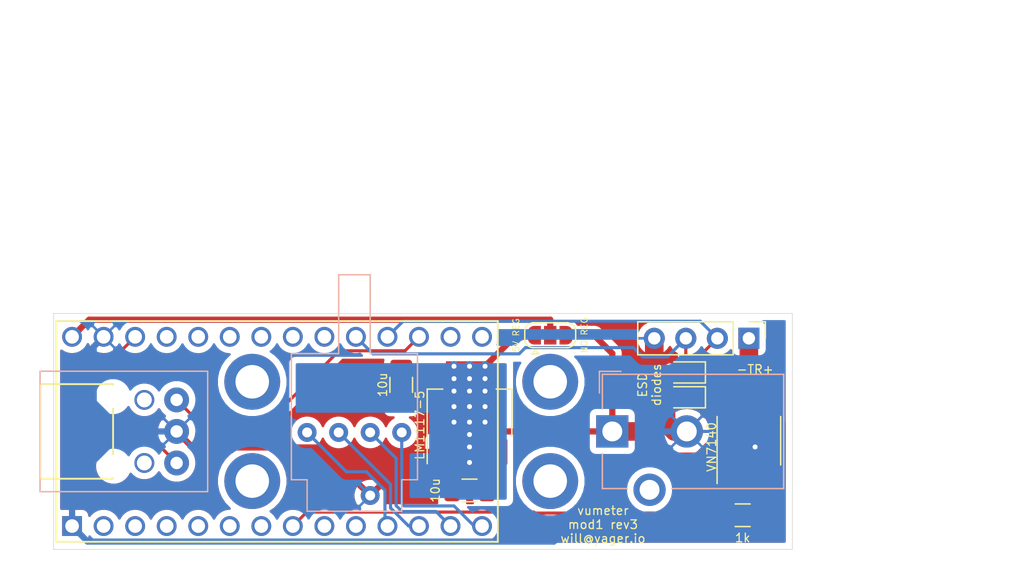
<source format=kicad_pcb>
(kicad_pcb (version 20171130) (host pcbnew "(5.1.5-0-10_14)")

  (general
    (thickness 1.6)
    (drawings 20)
    (tracks 157)
    (zones 0)
    (modules 17)
    (nets 37)
  )

  (page A4)
  (layers
    (0 F.Cu signal)
    (31 B.Cu signal)
    (32 B.Adhes user)
    (33 F.Adhes user)
    (34 B.Paste user)
    (35 F.Paste user)
    (36 B.SilkS user)
    (37 F.SilkS user)
    (38 B.Mask user)
    (39 F.Mask user)
    (40 Dwgs.User user)
    (41 Cmts.User user)
    (42 Eco1.User user)
    (43 Eco2.User user)
    (44 Edge.Cuts user)
    (45 Margin user)
    (46 B.CrtYd user)
    (47 F.CrtYd user)
    (48 B.Fab user)
    (49 F.Fab user)
  )

  (setup
    (last_trace_width 1)
    (user_trace_width 0.5)
    (user_trace_width 0.75)
    (user_trace_width 1)
    (user_trace_width 1.5)
    (trace_clearance 0.2)
    (zone_clearance 0.508)
    (zone_45_only yes)
    (trace_min 0.2)
    (via_size 0.8)
    (via_drill 0.4)
    (via_min_size 0.4)
    (via_min_drill 0.3)
    (uvia_size 0.3)
    (uvia_drill 0.1)
    (uvias_allowed no)
    (uvia_min_size 0.2)
    (uvia_min_drill 0.1)
    (edge_width 0.05)
    (segment_width 0.2)
    (pcb_text_width 0.3)
    (pcb_text_size 1.5 1.5)
    (mod_edge_width 0.12)
    (mod_text_size 1 1)
    (mod_text_width 0.15)
    (pad_size 1.524 1.524)
    (pad_drill 0.762)
    (pad_to_mask_clearance 0.051)
    (solder_mask_min_width 0.25)
    (aux_axis_origin 0 0)
    (grid_origin 103.175 100.005)
    (visible_elements FFFFFF7F)
    (pcbplotparams
      (layerselection 0x010f0_ffffffff)
      (usegerberextensions true)
      (usegerberattributes false)
      (usegerberadvancedattributes false)
      (creategerberjobfile false)
      (excludeedgelayer true)
      (linewidth 0.100000)
      (plotframeref false)
      (viasonmask false)
      (mode 1)
      (useauxorigin false)
      (hpglpennumber 1)
      (hpglpenspeed 20)
      (hpglpendiameter 15.000000)
      (psnegative false)
      (psa4output false)
      (plotreference true)
      (plotvalue true)
      (plotinvisibletext false)
      (padsonsilk false)
      (subtractmaskfromsilk false)
      (outputformat 1)
      (mirror false)
      (drillshape 0)
      (scaleselection 1)
      (outputdirectory "gerbers/"))
  )

  (net 0 "")
  (net 1 GND)
  (net 2 V_mid)
  (net 3 rx2)
  (net 4 tx2)
  (net 5 "Net-(H1-Pad1)")
  (net 6 "Net-(H2-Pad1)")
  (net 7 "Net-(H3-Pad1)")
  (net 8 "Net-(H4-Pad1)")
  (net 9 5V)
  (net 10 "Net-(U1-Pad20)")
  (net 11 "Net-(U1-Pad14)")
  (net 12 "Net-(U1-Pad21)")
  (net 13 "Net-(U1-Pad22)")
  (net 14 "Net-(U1-Pad25)")
  (net 15 "Net-(U1-Pad26)")
  (net 16 "Net-(U1-Pad13)")
  (net 17 "Net-(U1-Pad12)")
  (net 18 "Net-(U1-Pad11)")
  (net 19 "Net-(U1-Pad9)")
  (net 20 3V3)
  (net 21 15db_gain_en)
  (net 22 audio_serial)
  (net 23 lrclk)
  (net 24 master_clk)
  (net 25 audio_serial_clock)
  (net 26 adc_powerdown)
  (net 27 audio_format_i2s_hi)
  (net 28 filter_select)
  (net 29 mode_select)
  (net 30 V_mid_out)
  (net 31 "Net-(R1-Pad2)")
  (net 32 output_power_en)
  (net 33 "Net-(U6-Pad2)")
  (net 34 "Net-(U1-Pad3)")
  (net 35 "Net-(U1-Pad2)")
  (net 36 TEENSY_5V_SUPPLY)

  (net_class Default "This is the default net class."
    (clearance 0.2)
    (trace_width 0.25)
    (via_dia 0.8)
    (via_drill 0.4)
    (uvia_dia 0.3)
    (uvia_drill 0.1)
    (add_net 15db_gain_en)
    (add_net 3V3)
    (add_net 5V)
    (add_net GND)
    (add_net "Net-(H1-Pad1)")
    (add_net "Net-(H2-Pad1)")
    (add_net "Net-(H3-Pad1)")
    (add_net "Net-(H4-Pad1)")
    (add_net "Net-(R1-Pad2)")
    (add_net "Net-(U1-Pad11)")
    (add_net "Net-(U1-Pad12)")
    (add_net "Net-(U1-Pad13)")
    (add_net "Net-(U1-Pad14)")
    (add_net "Net-(U1-Pad2)")
    (add_net "Net-(U1-Pad20)")
    (add_net "Net-(U1-Pad21)")
    (add_net "Net-(U1-Pad22)")
    (add_net "Net-(U1-Pad25)")
    (add_net "Net-(U1-Pad26)")
    (add_net "Net-(U1-Pad3)")
    (add_net "Net-(U1-Pad9)")
    (add_net "Net-(U6-Pad2)")
    (add_net TEENSY_5V_SUPPLY)
    (add_net V_mid)
    (add_net V_mid_out)
    (add_net adc_powerdown)
    (add_net audio_format_i2s_hi)
    (add_net audio_serial)
    (add_net audio_serial_clock)
    (add_net filter_select)
    (add_net lrclk)
    (add_net master_clk)
    (add_net mode_select)
    (add_net output_power_en)
    (add_net rx2)
    (add_net tx2)
  )

  (net_class 50V ""
    (clearance 0.4)
    (trace_width 0.25)
    (via_dia 0.8)
    (via_drill 0.4)
    (uvia_dia 0.3)
    (uvia_drill 0.1)
  )

  (net_class HV ""
    (clearance 1.25)
    (trace_width 0.25)
    (via_dia 0.8)
    (via_drill 0.4)
    (uvia_dia 0.3)
    (uvia_drill 0.1)
  )

  (module vumeter:Cliff_ORJ-8 (layer B.Cu) (tedit 5E0EC5A3) (tstamp 5E011392)
    (at 112.425 99.005 270)
    (path /5E00CF21)
    (fp_text reference U2 (at 0 -0.5 270) (layer B.SilkS) hide
      (effects (font (size 1 1) (thickness 0.15)) (justify mirror))
    )
    (fp_text value spdif_recv (at 0 0.5 270) (layer B.Fab)
      (effects (font (size 1 1) (thickness 0.15)) (justify mirror))
    )
    (fp_line (start -4.85 -12.66) (end -4.85 0.84) (layer B.SilkS) (width 0.12))
    (fp_line (start -4.85 0.84) (end 4.85 0.84) (layer B.CrtYd) (width 0.12))
    (fp_line (start -4.85 -12.66) (end 4.85 -12.66) (layer B.CrtYd) (width 0.12))
    (fp_line (start 4.85 0.84) (end 4.85 -12.66) (layer B.CrtYd) (width 0.12))
    (fp_line (start -4.85 -12.66) (end 4.85 -12.66) (layer B.SilkS) (width 0.12))
    (fp_line (start -4.85 -12.66) (end -4.85 0.84) (layer B.CrtYd) (width 0.12))
    (fp_line (start -4.85 0.84) (end 4.85 0.84) (layer B.SilkS) (width 0.12))
    (fp_line (start 4.85 0.84) (end 4.85 -12.66) (layer B.SilkS) (width 0.12))
    (pad 1 thru_hole circle (at -2.54 -10.16 270) (size 2 2) (drill 1) (layers *.Cu *.Mask)
      (net 13 "Net-(U1-Pad22)"))
    (pad 2 thru_hole circle (at 0 -10.16 270) (size 2 2) (drill 1) (layers *.Cu *.Mask)
      (net 1 GND))
    (pad 3 thru_hole circle (at 2.54 -10.16 270) (size 2 2) (drill 1) (layers *.Cu *.Mask)
      (net 20 3V3))
    (pad "" thru_hole circle (at -2.54 -7.56 270) (size 1.6 1.6) (drill 1.2) (layers *.Cu *.Mask))
    (pad "" thru_hole circle (at 2.54 -7.56 270) (size 1.6 1.6) (drill 1.2) (layers *.Cu *.Mask))
    (pad "" np_thru_hole circle (at -2.8 -5.04 270) (size 1.8 1.8) (drill 1.8) (layers *.Cu *.Mask))
    (pad "" np_thru_hole circle (at 2.8 -5.08 270) (size 1.8 1.8) (drill 1.8) (layers *.Cu *.Mask))
  )

  (module vumeter:S-2151 (layer B.Cu) (tedit 5E0DCE97) (tstamp 5E1EF277)
    (at 138.175 94.005 180)
    (path /5E009D8F)
    (fp_text reference U5 (at 0 -1.27) (layer B.SilkS) hide
      (effects (font (size 1 1) (thickness 0.15)) (justify mirror))
    )
    (fp_text value S-2151 (at 0 0.5) (layer B.Fab)
      (effects (font (size 1 1) (thickness 0.15)) (justify mirror))
    )
    (fp_line (start -3.81 -5.08) (end -3.81 1.27) (layer B.CrtYd) (width 0.12))
    (fp_line (start 6.35 1.27) (end 6.35 -5.08) (layer B.CrtYd) (width 0.12))
    (fp_line (start 6.35 -5.08) (end 6.35 -8.89) (layer B.CrtYd) (width 0.12))
    (fp_line (start -3.81 -5.08) (end -3.81 -8.89) (layer B.CrtYd) (width 0.12))
    (fp_line (start 6.35 -8.89) (end 5.08 -8.89) (layer B.CrtYd) (width 0.12))
    (fp_line (start -3.81 -8.89) (end -2.54 -8.89) (layer B.CrtYd) (width 0.12))
    (fp_line (start -2.54 -8.89) (end -2.54 -11.43) (layer B.CrtYd) (width 0.12))
    (fp_line (start -2.54 -11.43) (end 5.08 -11.43) (layer B.CrtYd) (width 0.12))
    (fp_line (start 5.08 -11.43) (end 5.08 -8.89) (layer B.CrtYd) (width 0.12))
    (fp_line (start 0 1.27) (end 0 7.62) (layer B.CrtYd) (width 0.12))
    (fp_line (start 0 7.62) (end 2.54 7.62) (layer B.CrtYd) (width 0.12))
    (fp_line (start 2.54 7.62) (end 2.54 1.27) (layer B.CrtYd) (width 0.12))
    (fp_line (start 6.35 1.27) (end 2.54 1.27) (layer B.CrtYd) (width 0.12))
    (fp_line (start -3.81 1.27) (end 0 1.27) (layer B.CrtYd) (width 0.12))
    (fp_line (start -3.81 -5.08) (end -3.81 1.27) (layer B.SilkS) (width 0.12))
    (fp_line (start 6.35 1.27) (end 6.35 -5.08) (layer B.SilkS) (width 0.12))
    (fp_line (start 6.35 -5.08) (end 6.35 -8.89) (layer B.SilkS) (width 0.12))
    (fp_line (start -3.81 -5.08) (end -3.81 -8.89) (layer B.SilkS) (width 0.12))
    (fp_line (start 6.35 -8.89) (end 5.08 -8.89) (layer B.SilkS) (width 0.12))
    (fp_line (start -3.81 -8.89) (end -2.54 -8.89) (layer B.SilkS) (width 0.12))
    (fp_line (start -2.54 -8.89) (end -2.54 -11.43) (layer B.SilkS) (width 0.12))
    (fp_line (start -2.54 -11.43) (end 5.08 -11.43) (layer B.SilkS) (width 0.12))
    (fp_line (start 5.08 -11.43) (end 5.08 -8.89) (layer B.SilkS) (width 0.12))
    (fp_line (start 0 1.27) (end 0 7.62) (layer B.SilkS) (width 0.12))
    (fp_line (start 0 7.62) (end 2.54 7.62) (layer B.SilkS) (width 0.12))
    (fp_line (start 2.54 7.62) (end 2.54 1.27) (layer B.SilkS) (width 0.12))
    (fp_line (start 6.35 1.27) (end 2.54 1.27) (layer B.SilkS) (width 0.12))
    (fp_line (start -3.81 1.27) (end 0 1.27) (layer B.SilkS) (width 0.12))
    (pad 1 thru_hole circle (at -2.54 -5.08 180) (size 1.524 1.524) (drill 0.8) (layers *.Cu *.Mask)
      (net 11 "Net-(U1-Pad14)"))
    (pad 2 thru_hole circle (at 0 -5.08 180) (size 1.524 1.524) (drill 0.8) (layers *.Cu *.Mask)
      (net 16 "Net-(U1-Pad13)"))
    (pad 3 thru_hole circle (at 2.54 -5.08 180) (size 1.524 1.524) (drill 0.8) (layers *.Cu *.Mask)
      (net 17 "Net-(U1-Pad12)"))
    (pad 4 thru_hole circle (at 5.08 -5.08 180) (size 1.524 1.524) (drill 0.8) (layers *.Cu *.Mask)
      (net 18 "Net-(U1-Pad11)"))
    (pad 5 thru_hole circle (at 0 -10.16 180) (size 1.524 1.524) (drill 0.8) (layers *.Cu *.Mask)
      (net 1 GND))
  )

  (module vumeter:Teensy40 (layer F.Cu) (tedit 5E0088C4) (tstamp 5E016535)
    (at 130.675 99.005)
    (path /5DFFBFE0)
    (fp_text reference U1 (at 0 -10.16) (layer F.SilkS) hide
      (effects (font (size 1 1) (thickness 0.15)))
    )
    (fp_text value Teensy4.0 (at 0 10.16) (layer F.Fab)
      (effects (font (size 1 1) (thickness 0.15)))
    )
    (fp_line (start -17.78 3.81) (end -19.05 3.81) (layer F.SilkS) (width 0.15))
    (fp_line (start -19.05 3.81) (end -19.05 -3.81) (layer F.SilkS) (width 0.15))
    (fp_line (start -19.05 -3.81) (end -17.78 -3.81) (layer F.SilkS) (width 0.15))
    (fp_line (start -13.208 3.81) (end -13.208 -3.81) (layer F.SilkS) (width 0.15))
    (fp_line (start -13.208 -3.81) (end -17.78 -3.81) (layer F.SilkS) (width 0.15))
    (fp_line (start -13.208 3.81) (end -17.78 3.81) (layer F.SilkS) (width 0.15))
    (fp_line (start -17.78 -8.89) (end 17.78 -8.89) (layer F.SilkS) (width 0.15))
    (fp_line (start 17.78 -8.89) (end 17.78 8.89) (layer F.SilkS) (width 0.15))
    (fp_line (start 17.78 8.89) (end -17.78 8.89) (layer F.SilkS) (width 0.15))
    (fp_line (start -17.78 8.89) (end -17.78 -8.89) (layer F.SilkS) (width 0.15))
    (pad 20 thru_hole circle (at 16.51 -7.62) (size 1.6 1.6) (drill 1.1) (layers *.Cu *.Mask)
      (net 10 "Net-(U1-Pad20)"))
    (pad 14 thru_hole circle (at 16.51 7.62) (size 1.6 1.6) (drill 1.1) (layers *.Cu *.Mask)
      (net 11 "Net-(U1-Pad14)"))
    (pad 21 thru_hole circle (at 13.97 -7.62) (size 1.6 1.6) (drill 1.1) (layers *.Cu *.Mask)
      (net 12 "Net-(U1-Pad21)"))
    (pad 22 thru_hole circle (at 11.43 -7.62) (size 1.6 1.6) (drill 1.1) (layers *.Cu *.Mask)
      (net 13 "Net-(U1-Pad22)"))
    (pad 23 thru_hole circle (at 8.89 -7.62) (size 1.6 1.6) (drill 1.1) (layers *.Cu *.Mask)
      (net 3 rx2))
    (pad 24 thru_hole circle (at 6.35 -7.62) (size 1.6 1.6) (drill 1.1) (layers *.Cu *.Mask)
      (net 4 tx2))
    (pad 25 thru_hole circle (at 3.81 -7.62) (size 1.6 1.6) (drill 1.1) (layers *.Cu *.Mask)
      (net 14 "Net-(U1-Pad25)"))
    (pad 26 thru_hole circle (at 1.27 -7.62) (size 1.6 1.6) (drill 1.1) (layers *.Cu *.Mask)
      (net 15 "Net-(U1-Pad26)"))
    (pad 27 thru_hole circle (at -1.27 -7.62) (size 1.6 1.6) (drill 1.1) (layers *.Cu *.Mask)
      (net 23 lrclk))
    (pad 28 thru_hole circle (at -3.81 -7.62) (size 1.6 1.6) (drill 1.1) (layers *.Cu *.Mask)
      (net 25 audio_serial_clock))
    (pad 29 thru_hole circle (at -6.35 -7.62) (size 1.6 1.6) (drill 1.1) (layers *.Cu *.Mask)
      (net 26 adc_powerdown))
    (pad 30 thru_hole circle (at -8.89 -7.62) (size 1.6 1.6) (drill 1.1) (layers *.Cu *.Mask)
      (net 24 master_clk))
    (pad 31 thru_hole circle (at -11.43 -7.62) (size 1.6 1.6) (drill 1.1) (layers *.Cu *.Mask)
      (net 20 3V3))
    (pad 32 thru_hole circle (at -13.97 -7.62) (size 1.6 1.6) (drill 1.1) (layers *.Cu *.Mask)
      (net 1 GND))
    (pad 33 thru_hole circle (at -16.51 -7.62) (size 1.6 1.6) (drill 1.1) (layers *.Cu *.Mask)
      (net 36 TEENSY_5V_SUPPLY))
    (pad 13 thru_hole circle (at 13.97 7.62) (size 1.6 1.6) (drill 1.1) (layers *.Cu *.Mask)
      (net 16 "Net-(U1-Pad13)"))
    (pad 12 thru_hole circle (at 11.43 7.62) (size 1.6 1.6) (drill 1.1) (layers *.Cu *.Mask)
      (net 17 "Net-(U1-Pad12)"))
    (pad 11 thru_hole circle (at 8.89 7.62) (size 1.6 1.6) (drill 1.1) (layers *.Cu *.Mask)
      (net 18 "Net-(U1-Pad11)"))
    (pad 10 thru_hole circle (at 6.35 7.62) (size 1.6 1.6) (drill 1.1) (layers *.Cu *.Mask)
      (net 22 audio_serial))
    (pad 9 thru_hole circle (at 3.81 7.62) (size 1.6 1.6) (drill 1.1) (layers *.Cu *.Mask)
      (net 19 "Net-(U1-Pad9)"))
    (pad 8 thru_hole circle (at 1.27 7.62) (size 1.6 1.6) (drill 1.1) (layers *.Cu *.Mask)
      (net 32 output_power_en))
    (pad 7 thru_hole circle (at -1.27 7.62) (size 1.6 1.6) (drill 1.1) (layers *.Cu *.Mask)
      (net 28 filter_select))
    (pad 6 thru_hole circle (at -3.81 7.62) (size 1.6 1.6) (drill 1.1) (layers *.Cu *.Mask)
      (net 21 15db_gain_en))
    (pad 5 thru_hole circle (at -6.35 7.62) (size 1.6 1.6) (drill 1.1) (layers *.Cu *.Mask)
      (net 27 audio_format_i2s_hi))
    (pad 4 thru_hole circle (at -8.89 7.62) (size 1.6 1.6) (drill 1.1) (layers *.Cu *.Mask)
      (net 29 mode_select))
    (pad 3 thru_hole circle (at -11.43 7.62) (size 1.6 1.6) (drill 1.1) (layers *.Cu *.Mask)
      (net 34 "Net-(U1-Pad3)"))
    (pad 2 thru_hole circle (at -13.97 7.62) (size 1.6 1.6) (drill 1.1) (layers *.Cu *.Mask)
      (net 35 "Net-(U1-Pad2)"))
    (pad 1 thru_hole rect (at -16.51 7.62) (size 1.6 1.6) (drill 1.1) (layers *.Cu *.Mask)
      (net 1 GND))
  )

  (module Package_TO_SOT_SMD:SOT-223-3_TabPin2 (layer F.Cu) (tedit 5A02FF57) (tstamp 5E1EEC94)
    (at 146.175 97.505 90)
    (descr "module CMS SOT223 4 pins")
    (tags "CMS SOT")
    (path /5E0AEB06)
    (attr smd)
    (fp_text reference U3 (at 0.05 4.2 90) (layer F.SilkS) hide
      (effects (font (size 1 1) (thickness 0.15)))
    )
    (fp_text value LM1117-5 (at -1 -4 90) (layer F.SilkS)
      (effects (font (size 0.7 0.7) (thickness 0.1)))
    )
    (fp_text user %R (at 0 0) (layer F.Fab)
      (effects (font (size 0.8 0.8) (thickness 0.12)))
    )
    (fp_line (start 1.91 3.41) (end 1.91 2.15) (layer F.SilkS) (width 0.12))
    (fp_line (start 1.91 -3.41) (end 1.91 -2.15) (layer F.SilkS) (width 0.12))
    (fp_line (start 4.4 -3.6) (end -4.4 -3.6) (layer F.CrtYd) (width 0.05))
    (fp_line (start 4.4 3.6) (end 4.4 -3.6) (layer F.CrtYd) (width 0.05))
    (fp_line (start -4.4 3.6) (end 4.4 3.6) (layer F.CrtYd) (width 0.05))
    (fp_line (start -4.4 -3.6) (end -4.4 3.6) (layer F.CrtYd) (width 0.05))
    (fp_line (start -1.85 -2.35) (end -0.85 -3.35) (layer F.Fab) (width 0.1))
    (fp_line (start -1.85 -2.35) (end -1.85 3.35) (layer F.Fab) (width 0.1))
    (fp_line (start -1.85 3.41) (end 1.91 3.41) (layer F.SilkS) (width 0.12))
    (fp_line (start -0.85 -3.35) (end 1.85 -3.35) (layer F.Fab) (width 0.1))
    (fp_line (start -4.1 -3.41) (end 1.91 -3.41) (layer F.SilkS) (width 0.12))
    (fp_line (start -1.85 3.35) (end 1.85 3.35) (layer F.Fab) (width 0.1))
    (fp_line (start 1.85 -3.35) (end 1.85 3.35) (layer F.Fab) (width 0.1))
    (pad 2 smd rect (at 3.15 0 90) (size 2 3.8) (layers F.Cu F.Paste F.Mask)
      (net 9 5V))
    (pad 2 smd rect (at -3.15 0 90) (size 2 1.5) (layers F.Cu F.Paste F.Mask)
      (net 9 5V))
    (pad 3 smd rect (at -3.15 2.3 90) (size 2 1.5) (layers F.Cu F.Paste F.Mask)
      (net 2 V_mid))
    (pad 1 smd rect (at -3.15 -2.3 90) (size 2 1.5) (layers F.Cu F.Paste F.Mask)
      (net 1 GND))
    (model ${KISYS3DMOD}/Package_TO_SOT_SMD.3dshapes/SOT-223.wrl
      (at (xyz 0 0 0))
      (scale (xyz 1 1 1))
      (rotate (xyz 0 0 0))
    )
  )

  (module Capacitor_SMD:C_1206_3216Metric (layer F.Cu) (tedit 5B301BBE) (tstamp 5E1EF76A)
    (at 146.175 103.755)
    (descr "Capacitor SMD 1206 (3216 Metric), square (rectangular) end terminal, IPC_7351 nominal, (Body size source: http://www.tortai-tech.com/upload/download/2011102023233369053.pdf), generated with kicad-footprint-generator")
    (tags capacitor)
    (path /5E16A6E7)
    (attr smd)
    (fp_text reference C_pwr1 (at 0 1.8 180) (layer F.SilkS) hide
      (effects (font (size 1 1) (thickness 0.15)))
    )
    (fp_text value 10u (at -2.75 0 270) (layer F.SilkS)
      (effects (font (size 0.7 0.7) (thickness 0.1)))
    )
    (fp_text user %R (at 0 0 180) (layer F.Fab)
      (effects (font (size 0.8 0.8) (thickness 0.12)))
    )
    (fp_line (start 2.28 1.12) (end -2.28 1.12) (layer F.CrtYd) (width 0.05))
    (fp_line (start 2.28 -1.12) (end 2.28 1.12) (layer F.CrtYd) (width 0.05))
    (fp_line (start -2.28 -1.12) (end 2.28 -1.12) (layer F.CrtYd) (width 0.05))
    (fp_line (start -2.28 1.12) (end -2.28 -1.12) (layer F.CrtYd) (width 0.05))
    (fp_line (start -0.602064 0.91) (end 0.602064 0.91) (layer F.SilkS) (width 0.12))
    (fp_line (start -0.602064 -0.91) (end 0.602064 -0.91) (layer F.SilkS) (width 0.12))
    (fp_line (start 1.6 0.8) (end -1.6 0.8) (layer F.Fab) (width 0.1))
    (fp_line (start 1.6 -0.8) (end 1.6 0.8) (layer F.Fab) (width 0.1))
    (fp_line (start -1.6 -0.8) (end 1.6 -0.8) (layer F.Fab) (width 0.1))
    (fp_line (start -1.6 0.8) (end -1.6 -0.8) (layer F.Fab) (width 0.1))
    (pad 2 smd roundrect (at 1.4 0) (size 1.25 1.75) (layers F.Cu F.Paste F.Mask) (roundrect_rratio 0.2)
      (net 2 V_mid))
    (pad 1 smd roundrect (at -1.4 0) (size 1.25 1.75) (layers F.Cu F.Paste F.Mask) (roundrect_rratio 0.2)
      (net 1 GND))
    (model ${KISYS3DMOD}/Capacitor_SMD.3dshapes/C_1206_3216Metric.wrl
      (at (xyz 0 0 0))
      (scale (xyz 1 1 1))
      (rotate (xyz 0 0 0))
    )
  )

  (module Capacitor_SMD:C_1206_3216Metric (layer F.Cu) (tedit 5B301BBE) (tstamp 5E1EDDCC)
    (at 140.675 95.255 270)
    (descr "Capacitor SMD 1206 (3216 Metric), square (rectangular) end terminal, IPC_7351 nominal, (Body size source: http://www.tortai-tech.com/upload/download/2011102023233369053.pdf), generated with kicad-footprint-generator")
    (tags capacitor)
    (path /5E156E90)
    (attr smd)
    (fp_text reference C_pwr2 (at 0 -1.82 270) (layer F.SilkS) hide
      (effects (font (size 1 1) (thickness 0.15)))
    )
    (fp_text value 10u (at 0 1.5 270) (layer F.SilkS)
      (effects (font (size 0.7 0.7) (thickness 0.1)))
    )
    (fp_line (start -1.6 0.8) (end -1.6 -0.8) (layer F.Fab) (width 0.1))
    (fp_line (start -1.6 -0.8) (end 1.6 -0.8) (layer F.Fab) (width 0.1))
    (fp_line (start 1.6 -0.8) (end 1.6 0.8) (layer F.Fab) (width 0.1))
    (fp_line (start 1.6 0.8) (end -1.6 0.8) (layer F.Fab) (width 0.1))
    (fp_line (start -0.602064 -0.91) (end 0.602064 -0.91) (layer F.SilkS) (width 0.12))
    (fp_line (start -0.602064 0.91) (end 0.602064 0.91) (layer F.SilkS) (width 0.12))
    (fp_line (start -2.28 1.12) (end -2.28 -1.12) (layer F.CrtYd) (width 0.05))
    (fp_line (start -2.28 -1.12) (end 2.28 -1.12) (layer F.CrtYd) (width 0.05))
    (fp_line (start 2.28 -1.12) (end 2.28 1.12) (layer F.CrtYd) (width 0.05))
    (fp_line (start 2.28 1.12) (end -2.28 1.12) (layer F.CrtYd) (width 0.05))
    (fp_text user %R (at 0 0 270) (layer F.Fab)
      (effects (font (size 0.8 0.8) (thickness 0.12)))
    )
    (pad 1 smd roundrect (at -1.4 0 270) (size 1.25 1.75) (layers F.Cu F.Paste F.Mask) (roundrect_rratio 0.2)
      (net 9 5V))
    (pad 2 smd roundrect (at 1.4 0 270) (size 1.25 1.75) (layers F.Cu F.Paste F.Mask) (roundrect_rratio 0.2)
      (net 1 GND))
    (model ${KISYS3DMOD}/Capacitor_SMD.3dshapes/C_1206_3216Metric.wrl
      (at (xyz 0 0 0))
      (scale (xyz 1 1 1))
      (rotate (xyz 0 0 0))
    )
  )

  (module MountingHole:MountingHole_2.7mm_M2.5_ISO14580_Pad (layer F.Cu) (tedit 56D1B4CB) (tstamp 5DF966A1)
    (at 128.675 95.005)
    (descr "Mounting Hole 2.7mm, M2.5, ISO14580")
    (tags "mounting hole 2.7mm m2.5 iso14580")
    (path /5E18D6B5)
    (attr virtual)
    (fp_text reference H1 (at 0 3.2) (layer F.SilkS) hide
      (effects (font (size 1 1) (thickness 0.15)))
    )
    (fp_text value MountingHole_Pad (at 0 3.25) (layer F.Fab) hide
      (effects (font (size 1 1) (thickness 0.15)))
    )
    (fp_circle (center 0 0) (end 2.5 0) (layer F.CrtYd) (width 0.05))
    (fp_circle (center 0 0) (end 2.25 0) (layer Cmts.User) (width 0.15))
    (fp_text user %R (at 0.3 0) (layer F.Fab)
      (effects (font (size 1 1) (thickness 0.15)))
    )
    (pad 1 thru_hole circle (at 0 0) (size 4.5 4.5) (drill 2.7) (layers *.Cu *.Mask)
      (net 5 "Net-(H1-Pad1)"))
  )

  (module MountingHole:MountingHole_2.7mm_M2.5_ISO14580_Pad (layer F.Cu) (tedit 56D1B4CB) (tstamp 5DF9146B)
    (at 128.675 103.005)
    (descr "Mounting Hole 2.7mm, M2.5, ISO14580")
    (tags "mounting hole 2.7mm m2.5 iso14580")
    (path /5E19C90D)
    (attr virtual)
    (fp_text reference H2 (at 0 -3.25) (layer F.SilkS) hide
      (effects (font (size 1 1) (thickness 0.15)))
    )
    (fp_text value MountingHole_Pad (at 0 3.25) (layer F.Fab) hide
      (effects (font (size 1 1) (thickness 0.15)))
    )
    (fp_circle (center 0 0) (end 2.5 0) (layer F.CrtYd) (width 0.05))
    (fp_circle (center 0 0) (end 2.25 0) (layer Cmts.User) (width 0.15))
    (fp_text user %R (at 0.3 0) (layer F.Fab)
      (effects (font (size 1 1) (thickness 0.15)))
    )
    (pad 1 thru_hole circle (at 0 0) (size 4.5 4.5) (drill 2.7) (layers *.Cu *.Mask)
      (net 6 "Net-(H2-Pad1)"))
  )

  (module MountingHole:MountingHole_2.7mm_M2.5_ISO14580_Pad (layer F.Cu) (tedit 56D1B4CB) (tstamp 5DF91473)
    (at 152.675 95.005)
    (descr "Mounting Hole 2.7mm, M2.5, ISO14580")
    (tags "mounting hole 2.7mm m2.5 iso14580")
    (path /5E19CEDD)
    (attr virtual)
    (fp_text reference H3 (at 0 3.4) (layer F.SilkS) hide
      (effects (font (size 1 1) (thickness 0.15)))
    )
    (fp_text value MountingHole_Pad (at 0 3.25) (layer F.Fab) hide
      (effects (font (size 1 1) (thickness 0.15)))
    )
    (fp_text user %R (at 0.3 0) (layer F.Fab)
      (effects (font (size 1 1) (thickness 0.15)))
    )
    (fp_circle (center 0 0) (end 2.25 0) (layer Cmts.User) (width 0.15))
    (fp_circle (center 0 0) (end 2.5 0) (layer F.CrtYd) (width 0.05))
    (pad 1 thru_hole circle (at 0 0) (size 4.5 4.5) (drill 2.7) (layers *.Cu *.Mask)
      (net 7 "Net-(H3-Pad1)"))
  )

  (module MountingHole:MountingHole_2.7mm_M2.5_ISO14580_Pad (layer F.Cu) (tedit 56D1B4CB) (tstamp 5DF9147B)
    (at 152.675 103.005)
    (descr "Mounting Hole 2.7mm, M2.5, ISO14580")
    (tags "mounting hole 2.7mm m2.5 iso14580")
    (path /5E19D344)
    (attr virtual)
    (fp_text reference H4 (at 0 -3.25) (layer F.SilkS) hide
      (effects (font (size 1 1) (thickness 0.15)))
    )
    (fp_text value MountingHole_Pad (at 0 3.25) (layer F.Fab) hide
      (effects (font (size 1 1) (thickness 0.15)))
    )
    (fp_circle (center 0 0) (end 2.5 0) (layer F.CrtYd) (width 0.05))
    (fp_circle (center 0 0) (end 2.25 0) (layer Cmts.User) (width 0.15))
    (fp_text user %R (at 0.3 0) (layer F.Fab)
      (effects (font (size 1 1) (thickness 0.15)))
    )
    (pad 1 thru_hole circle (at 0 0) (size 4.5 4.5) (drill 2.7) (layers *.Cu *.Mask)
      (net 8 "Net-(H4-Pad1)"))
  )

  (module Connector_BarrelJack:BarrelJack_CUI_PJ-102AH_Horizontal (layer B.Cu) (tedit 5A1DBF38) (tstamp 5E2288E2)
    (at 157.675 99.005 270)
    (descr "Thin-pin DC Barrel Jack, https://cdn-shop.adafruit.com/datasheets/21mmdcjackDatasheet.pdf")
    (tags "Power Jack")
    (path /5E0129FA)
    (fp_text reference J4 (at 5.75 -8.45) (layer B.SilkS) hide
      (effects (font (size 1 1) (thickness 0.15)) (justify mirror))
    )
    (fp_text value Conn_Coaxial_Power (at -5.5 -6.2) (layer B.Fab)
      (effects (font (size 1 1) (thickness 0.15)) (justify mirror))
    )
    (fp_text user %R (at 0 -6.5 270) (layer B.Fab)
      (effects (font (size 1 1) (thickness 0.15)) (justify mirror))
    )
    (fp_line (start 1.8 1.8) (end 1.8 1.2) (layer B.CrtYd) (width 0.05))
    (fp_line (start 1.8 1.2) (end 5 1.2) (layer B.CrtYd) (width 0.05))
    (fp_line (start 5 1.2) (end 5 -1.2) (layer B.CrtYd) (width 0.05))
    (fp_line (start 5 -1.2) (end 6.5 -1.2) (layer B.CrtYd) (width 0.05))
    (fp_line (start 6.5 -1.2) (end 6.5 -4.8) (layer B.CrtYd) (width 0.05))
    (fp_line (start 6.5 -4.8) (end 5 -4.8) (layer B.CrtYd) (width 0.05))
    (fp_line (start 5 -4.8) (end 5 -14.2) (layer B.CrtYd) (width 0.05))
    (fp_line (start 5 -14.2) (end -5 -14.2) (layer B.CrtYd) (width 0.05))
    (fp_line (start -5 -14.2) (end -5 1.2) (layer B.CrtYd) (width 0.05))
    (fp_line (start -5 1.2) (end -1.8 1.2) (layer B.CrtYd) (width 0.05))
    (fp_line (start -1.8 1.2) (end -1.8 1.8) (layer B.CrtYd) (width 0.05))
    (fp_line (start -1.8 1.8) (end 1.8 1.8) (layer B.CrtYd) (width 0.05))
    (fp_line (start 4.6 -4.8) (end 4.6 -13.8) (layer B.SilkS) (width 0.12))
    (fp_line (start 4.6 -13.8) (end -4.6 -13.8) (layer B.SilkS) (width 0.12))
    (fp_line (start -4.6 -13.8) (end -4.6 0.8) (layer B.SilkS) (width 0.12))
    (fp_line (start -4.6 0.8) (end -1.8 0.8) (layer B.SilkS) (width 0.12))
    (fp_line (start 1.8 0.8) (end 4.6 0.8) (layer B.SilkS) (width 0.12))
    (fp_line (start 4.6 0.8) (end 4.6 -1.2) (layer B.SilkS) (width 0.12))
    (fp_line (start -4.84 -0.7) (end -4.84 1.04) (layer B.SilkS) (width 0.12))
    (fp_line (start -4.84 1.04) (end -3.1 1.04) (layer B.SilkS) (width 0.12))
    (fp_line (start 4.5 0.7) (end 4.5 -13.7) (layer B.Fab) (width 0.1))
    (fp_line (start 4.5 -13.7) (end -4.5 -13.7) (layer B.Fab) (width 0.1))
    (fp_line (start -4.5 -13.7) (end -4.5 -0.3) (layer B.Fab) (width 0.1))
    (fp_line (start -4.5 -0.3) (end -3.5 0.7) (layer B.Fab) (width 0.1))
    (fp_line (start -3.5 0.7) (end 4.5 0.7) (layer B.Fab) (width 0.1))
    (fp_line (start -4.5 -10.2) (end 4.5 -10.2) (layer B.Fab) (width 0.1))
    (pad 1 thru_hole rect (at 0 0 270) (size 2.6 2.6) (drill 1.6) (layers *.Cu *.Mask)
      (net 2 V_mid))
    (pad 2 thru_hole circle (at 0 -6 270) (size 2.6 2.6) (drill 1.6) (layers *.Cu *.Mask)
      (net 1 GND))
    (pad 3 thru_hole circle (at 4.7 -3 270) (size 2.6 2.6) (drill 1.6) (layers *.Cu *.Mask))
    (model ${KISYS3DMOD}/Connector_BarrelJack.3dshapes/BarrelJack_CUI_PJ-102AH_Horizontal.wrl
      (at (xyz 0 0 0))
      (scale (xyz 1 1 1))
      (rotate (xyz 0 0 0))
    )
  )

  (module Resistor_SMD:R_1206_3216Metric_Pad1.42x1.75mm_HandSolder (layer F.Cu) (tedit 5B301BBD) (tstamp 5E0EDD1B)
    (at 168.175 105.755)
    (descr "Resistor SMD 1206 (3216 Metric), square (rectangular) end terminal, IPC_7351 nominal with elongated pad for handsoldering. (Body size source: http://www.tortai-tech.com/upload/download/2011102023233369053.pdf), generated with kicad-footprint-generator")
    (tags "resistor handsolder")
    (path /5E0F10E9)
    (attr smd)
    (fp_text reference R1 (at 0 -1.82) (layer F.SilkS) hide
      (effects (font (size 1 1) (thickness 0.15)))
    )
    (fp_text value 1k (at 0 1.82) (layer F.SilkS)
      (effects (font (size 0.7 0.7) (thickness 0.1)))
    )
    (fp_line (start -1.6 0.8) (end -1.6 -0.8) (layer F.Fab) (width 0.1))
    (fp_line (start -1.6 -0.8) (end 1.6 -0.8) (layer F.Fab) (width 0.1))
    (fp_line (start 1.6 -0.8) (end 1.6 0.8) (layer F.Fab) (width 0.1))
    (fp_line (start 1.6 0.8) (end -1.6 0.8) (layer F.Fab) (width 0.1))
    (fp_line (start -0.602064 -0.91) (end 0.602064 -0.91) (layer F.SilkS) (width 0.12))
    (fp_line (start -0.602064 0.91) (end 0.602064 0.91) (layer F.SilkS) (width 0.12))
    (fp_line (start -2.45 1.12) (end -2.45 -1.12) (layer F.CrtYd) (width 0.05))
    (fp_line (start -2.45 -1.12) (end 2.45 -1.12) (layer F.CrtYd) (width 0.05))
    (fp_line (start 2.45 -1.12) (end 2.45 1.12) (layer F.CrtYd) (width 0.05))
    (fp_line (start 2.45 1.12) (end -2.45 1.12) (layer F.CrtYd) (width 0.05))
    (fp_text user %R (at 0 0) (layer F.Fab)
      (effects (font (size 0.8 0.8) (thickness 0.12)))
    )
    (pad 1 smd roundrect (at -1.4875 0) (size 1.425 1.75) (layers F.Cu F.Paste F.Mask) (roundrect_rratio 0.175439)
      (net 1 GND))
    (pad 2 smd roundrect (at 1.4875 0) (size 1.425 1.75) (layers F.Cu F.Paste F.Mask) (roundrect_rratio 0.175439)
      (net 31 "Net-(R1-Pad2)"))
    (model ${KISYS3DMOD}/Resistor_SMD.3dshapes/R_1206_3216Metric.wrl
      (at (xyz 0 0 0))
      (scale (xyz 1 1 1))
      (rotate (xyz 0 0 0))
    )
  )

  (module Package_SO:SO-8_3.9x4.9mm_P1.27mm (layer F.Cu) (tedit 5D9F72B1) (tstamp 5E1EEB63)
    (at 168.675 99.755 90)
    (descr "SO, 8 Pin (https://www.nxp.com/docs/en/data-sheet/PCF8523.pdf), generated with kicad-footprint-generator ipc_gullwing_generator.py")
    (tags "SO SO")
    (path /5E0EDEAC)
    (attr smd)
    (fp_text reference U6 (at 0 -3.4 90) (layer F.SilkS) hide
      (effects (font (size 1 1) (thickness 0.15)))
    )
    (fp_text value VN7140 (at -0.5 -3 90) (layer F.SilkS)
      (effects (font (size 0.7 0.7) (thickness 0.1)))
    )
    (fp_line (start 0 2.56) (end 1.95 2.56) (layer F.SilkS) (width 0.12))
    (fp_line (start 0 2.56) (end -1.95 2.56) (layer F.SilkS) (width 0.12))
    (fp_line (start 0 -2.56) (end 1.95 -2.56) (layer F.SilkS) (width 0.12))
    (fp_line (start 0 -2.56) (end -3.45 -2.56) (layer F.SilkS) (width 0.12))
    (fp_line (start -0.975 -2.45) (end 1.95 -2.45) (layer F.Fab) (width 0.1))
    (fp_line (start 1.95 -2.45) (end 1.95 2.45) (layer F.Fab) (width 0.1))
    (fp_line (start 1.95 2.45) (end -1.95 2.45) (layer F.Fab) (width 0.1))
    (fp_line (start -1.95 2.45) (end -1.95 -1.475) (layer F.Fab) (width 0.1))
    (fp_line (start -1.95 -1.475) (end -0.975 -2.45) (layer F.Fab) (width 0.1))
    (fp_line (start -3.7 -2.7) (end -3.7 2.7) (layer F.CrtYd) (width 0.05))
    (fp_line (start -3.7 2.7) (end 3.7 2.7) (layer F.CrtYd) (width 0.05))
    (fp_line (start 3.7 2.7) (end 3.7 -2.7) (layer F.CrtYd) (width 0.05))
    (fp_line (start 3.7 -2.7) (end -3.7 -2.7) (layer F.CrtYd) (width 0.05))
    (fp_text user %R (at 0 0 90) (layer F.Fab)
      (effects (font (size 0.98 0.98) (thickness 0.15)))
    )
    (pad 1 smd roundrect (at -2.575 -1.905 90) (size 1.75 0.6) (layers F.Cu F.Paste F.Mask) (roundrect_rratio 0.25)
      (net 32 output_power_en))
    (pad 2 smd roundrect (at -2.575 -0.635 90) (size 1.75 0.6) (layers F.Cu F.Paste F.Mask) (roundrect_rratio 0.25)
      (net 33 "Net-(U6-Pad2)"))
    (pad 3 smd roundrect (at -2.575 0.635 90) (size 1.75 0.6) (layers F.Cu F.Paste F.Mask) (roundrect_rratio 0.25)
      (net 1 GND))
    (pad 4 smd roundrect (at -2.575 1.905 90) (size 1.75 0.6) (layers F.Cu F.Paste F.Mask) (roundrect_rratio 0.25)
      (net 31 "Net-(R1-Pad2)"))
    (pad 5 smd roundrect (at 2.575 1.905 90) (size 1.75 0.6) (layers F.Cu F.Paste F.Mask) (roundrect_rratio 0.25)
      (net 2 V_mid))
    (pad 6 smd roundrect (at 2.575 0.635 90) (size 1.75 0.6) (layers F.Cu F.Paste F.Mask) (roundrect_rratio 0.25)
      (net 30 V_mid_out))
    (pad 7 smd roundrect (at 2.575 -0.635 90) (size 1.75 0.6) (layers F.Cu F.Paste F.Mask) (roundrect_rratio 0.25)
      (net 30 V_mid_out))
    (pad 8 smd roundrect (at 2.575 -1.905 90) (size 1.75 0.6) (layers F.Cu F.Paste F.Mask) (roundrect_rratio 0.25)
      (net 2 V_mid))
    (model ${KISYS3DMOD}/Package_SO.3dshapes/SO-8_3.9x4.9mm_P1.27mm.wrl
      (at (xyz 0 0 0))
      (scale (xyz 1 1 1))
      (rotate (xyz 0 0 0))
    )
  )

  (module Connector_PinHeader_2.54mm:PinHeader_1x04_P2.54mm_Vertical (layer F.Cu) (tedit 59FED5CC) (tstamp 5E22842C)
    (at 168.675 91.505 270)
    (descr "Through hole straight pin header, 1x04, 2.54mm pitch, single row")
    (tags "Through hole pin header THT 1x04 2.54mm single row")
    (path /5E107773)
    (fp_text reference J3 (at 0 -2.33 90) (layer F.SilkS) hide
      (effects (font (size 1 1) (thickness 0.15)))
    )
    (fp_text value Conn_01x04 (at 0 9.95 90) (layer F.Fab)
      (effects (font (size 1 1) (thickness 0.15)))
    )
    (fp_line (start -0.635 -1.27) (end 1.27 -1.27) (layer F.Fab) (width 0.1))
    (fp_line (start 1.27 -1.27) (end 1.27 8.89) (layer F.Fab) (width 0.1))
    (fp_line (start 1.27 8.89) (end -1.27 8.89) (layer F.Fab) (width 0.1))
    (fp_line (start -1.27 8.89) (end -1.27 -0.635) (layer F.Fab) (width 0.1))
    (fp_line (start -1.27 -0.635) (end -0.635 -1.27) (layer F.Fab) (width 0.1))
    (fp_line (start -1.33 8.95) (end 1.33 8.95) (layer F.SilkS) (width 0.12))
    (fp_line (start -1.33 1.27) (end -1.33 8.95) (layer F.SilkS) (width 0.12))
    (fp_line (start 1.33 1.27) (end 1.33 8.95) (layer F.SilkS) (width 0.12))
    (fp_line (start -1.33 1.27) (end 1.33 1.27) (layer F.SilkS) (width 0.12))
    (fp_line (start -1.33 0) (end -1.33 -1.33) (layer F.SilkS) (width 0.12))
    (fp_line (start -1.33 -1.33) (end 0 -1.33) (layer F.SilkS) (width 0.12))
    (fp_line (start -1.8 -1.8) (end -1.8 9.4) (layer F.CrtYd) (width 0.05))
    (fp_line (start -1.8 9.4) (end 1.8 9.4) (layer F.CrtYd) (width 0.05))
    (fp_line (start 1.8 9.4) (end 1.8 -1.8) (layer F.CrtYd) (width 0.05))
    (fp_line (start 1.8 -1.8) (end -1.8 -1.8) (layer F.CrtYd) (width 0.05))
    (fp_text user %R (at 0 3.81) (layer F.Fab)
      (effects (font (size 1 1) (thickness 0.15)))
    )
    (pad 1 thru_hole rect (at 0 0 270) (size 1.7 1.7) (drill 1) (layers *.Cu *.Mask)
      (net 30 V_mid_out))
    (pad 2 thru_hole oval (at 0 2.54 270) (size 1.7 1.7) (drill 1) (layers *.Cu *.Mask)
      (net 3 rx2))
    (pad 3 thru_hole oval (at 0 5.08 270) (size 1.7 1.7) (drill 1) (layers *.Cu *.Mask)
      (net 4 tx2))
    (pad 4 thru_hole oval (at 0 7.62 270) (size 1.7 1.7) (drill 1) (layers *.Cu *.Mask)
      (net 1 GND))
    (model ${KISYS3DMOD}/Connector_PinHeader_2.54mm.3dshapes/PinHeader_1x04_P2.54mm_Vertical.wrl
      (at (xyz 0 0 0))
      (scale (xyz 1 1 1))
      (rotate (xyz 0 0 0))
    )
  )

  (module Jumper:SolderJumper-3_P1.3mm_Open_RoundedPad1.0x1.5mm (layer F.Cu) (tedit 5B391EB7) (tstamp 5E2294AB)
    (at 152.675 91.255)
    (descr "SMD Solder 3-pad Jumper, 1x1.5mm rounded Pads, 0.3mm gap, open")
    (tags "solder jumper open")
    (path /5E23314A)
    (attr virtual)
    (fp_text reference SW1 (at 0 -1.8) (layer F.SilkS) hide
      (effects (font (size 1 1) (thickness 0.15)))
    )
    (fp_text value 5V_BYPASS (at 0 1.9) (layer F.Fab)
      (effects (font (size 1 1) (thickness 0.15)))
    )
    (fp_line (start -1.2 1.2) (end -0.9 1.5) (layer F.SilkS) (width 0.12))
    (fp_line (start -1.5 1.5) (end -0.9 1.5) (layer F.SilkS) (width 0.12))
    (fp_line (start -1.2 1.2) (end -1.5 1.5) (layer F.SilkS) (width 0.12))
    (fp_line (start -2.05 0.3) (end -2.05 -0.3) (layer F.SilkS) (width 0.12))
    (fp_line (start 1.4 1) (end -1.4 1) (layer F.SilkS) (width 0.12))
    (fp_line (start 2.05 -0.3) (end 2.05 0.3) (layer F.SilkS) (width 0.12))
    (fp_line (start -1.4 -1) (end 1.4 -1) (layer F.SilkS) (width 0.12))
    (fp_line (start -2.3 -1.25) (end 2.3 -1.25) (layer F.CrtYd) (width 0.05))
    (fp_line (start -2.3 -1.25) (end -2.3 1.25) (layer F.CrtYd) (width 0.05))
    (fp_line (start 2.3 1.25) (end 2.3 -1.25) (layer F.CrtYd) (width 0.05))
    (fp_line (start 2.3 1.25) (end -2.3 1.25) (layer F.CrtYd) (width 0.05))
    (fp_arc (start 1.35 -0.3) (end 2.05 -0.3) (angle -90) (layer F.SilkS) (width 0.12))
    (fp_arc (start 1.35 0.3) (end 1.35 1) (angle -90) (layer F.SilkS) (width 0.12))
    (fp_arc (start -1.35 0.3) (end -2.05 0.3) (angle -90) (layer F.SilkS) (width 0.12))
    (fp_arc (start -1.35 -0.3) (end -1.35 -1) (angle -90) (layer F.SilkS) (width 0.12))
    (pad 1 smd custom (at -1.3 0) (size 1 0.5) (layers F.Cu F.Mask)
      (net 9 5V) (zone_connect 2)
      (options (clearance outline) (anchor rect))
      (primitives
        (gr_circle (center 0 0.25) (end 0.5 0.25) (width 0))
        (gr_circle (center 0 -0.25) (end 0.5 -0.25) (width 0))
        (gr_poly (pts
           (xy 0.55 -0.75) (xy 0 -0.75) (xy 0 0.75) (xy 0.55 0.75)) (width 0))
      ))
    (pad 3 smd custom (at 1.3 0) (size 1 0.5) (layers F.Cu F.Mask)
      (net 2 V_mid) (zone_connect 2)
      (options (clearance outline) (anchor rect))
      (primitives
        (gr_circle (center 0 0.25) (end 0.5 0.25) (width 0))
        (gr_circle (center 0 -0.25) (end 0.5 -0.25) (width 0))
        (gr_poly (pts
           (xy -0.55 -0.75) (xy 0 -0.75) (xy 0 0.75) (xy -0.55 0.75)) (width 0))
      ))
    (pad 2 smd rect (at 0 0) (size 1 1.5) (layers F.Cu F.Mask)
      (net 36 TEENSY_5V_SUPPLY))
  )

  (module Diode_SMD:D_SOD-323 (layer F.Cu) (tedit 58641739) (tstamp 5E2931A6)
    (at 163.675 96.255 180)
    (descr SOD-323)
    (tags SOD-323)
    (path /5E294ED7)
    (attr smd)
    (fp_text reference D1 (at 0 -1.85) (layer F.SilkS) hide
      (effects (font (size 1 1) (thickness 0.15)))
    )
    (fp_text value BZX384-xxx (at 0.1 1.9) (layer F.Fab)
      (effects (font (size 1 1) (thickness 0.15)))
    )
    (fp_text user %R (at 0 -1.85) (layer F.Fab)
      (effects (font (size 1 1) (thickness 0.15)))
    )
    (fp_line (start -1.5 -0.85) (end -1.5 0.85) (layer F.SilkS) (width 0.12))
    (fp_line (start 0.2 0) (end 0.45 0) (layer F.Fab) (width 0.1))
    (fp_line (start 0.2 0.35) (end -0.3 0) (layer F.Fab) (width 0.1))
    (fp_line (start 0.2 -0.35) (end 0.2 0.35) (layer F.Fab) (width 0.1))
    (fp_line (start -0.3 0) (end 0.2 -0.35) (layer F.Fab) (width 0.1))
    (fp_line (start -0.3 0) (end -0.5 0) (layer F.Fab) (width 0.1))
    (fp_line (start -0.3 -0.35) (end -0.3 0.35) (layer F.Fab) (width 0.1))
    (fp_line (start -0.9 0.7) (end -0.9 -0.7) (layer F.Fab) (width 0.1))
    (fp_line (start 0.9 0.7) (end -0.9 0.7) (layer F.Fab) (width 0.1))
    (fp_line (start 0.9 -0.7) (end 0.9 0.7) (layer F.Fab) (width 0.1))
    (fp_line (start -0.9 -0.7) (end 0.9 -0.7) (layer F.Fab) (width 0.1))
    (fp_line (start -1.6 -0.95) (end 1.6 -0.95) (layer F.CrtYd) (width 0.05))
    (fp_line (start 1.6 -0.95) (end 1.6 0.95) (layer F.CrtYd) (width 0.05))
    (fp_line (start -1.6 0.95) (end 1.6 0.95) (layer F.CrtYd) (width 0.05))
    (fp_line (start -1.6 -0.95) (end -1.6 0.95) (layer F.CrtYd) (width 0.05))
    (fp_line (start -1.5 0.85) (end 1.05 0.85) (layer F.SilkS) (width 0.12))
    (fp_line (start -1.5 -0.85) (end 1.05 -0.85) (layer F.SilkS) (width 0.12))
    (pad 1 smd rect (at -1.05 0 180) (size 0.6 0.45) (layers F.Cu F.Paste F.Mask)
      (net 4 tx2))
    (pad 2 smd rect (at 1.05 0 180) (size 0.6 0.45) (layers F.Cu F.Paste F.Mask)
      (net 1 GND))
    (model ${KISYS3DMOD}/Diode_SMD.3dshapes/D_SOD-323.wrl
      (at (xyz 0 0 0))
      (scale (xyz 1 1 1))
      (rotate (xyz 0 0 0))
    )
  )

  (module Diode_SMD:D_SOD-323 (layer F.Cu) (tedit 58641739) (tstamp 5E29368F)
    (at 163.675 94.255 180)
    (descr SOD-323)
    (tags SOD-323)
    (path /5E296D4D)
    (attr smd)
    (fp_text reference D2 (at 0 -1.85) (layer F.SilkS) hide
      (effects (font (size 1 1) (thickness 0.15)))
    )
    (fp_text value BZX384-xxx (at 0.1 1.9) (layer F.Fab)
      (effects (font (size 1 1) (thickness 0.15)))
    )
    (fp_line (start -1.5 -0.85) (end 1.05 -0.85) (layer F.SilkS) (width 0.12))
    (fp_line (start -1.5 0.85) (end 1.05 0.85) (layer F.SilkS) (width 0.12))
    (fp_line (start -1.6 -0.95) (end -1.6 0.95) (layer F.CrtYd) (width 0.05))
    (fp_line (start -1.6 0.95) (end 1.6 0.95) (layer F.CrtYd) (width 0.05))
    (fp_line (start 1.6 -0.95) (end 1.6 0.95) (layer F.CrtYd) (width 0.05))
    (fp_line (start -1.6 -0.95) (end 1.6 -0.95) (layer F.CrtYd) (width 0.05))
    (fp_line (start -0.9 -0.7) (end 0.9 -0.7) (layer F.Fab) (width 0.1))
    (fp_line (start 0.9 -0.7) (end 0.9 0.7) (layer F.Fab) (width 0.1))
    (fp_line (start 0.9 0.7) (end -0.9 0.7) (layer F.Fab) (width 0.1))
    (fp_line (start -0.9 0.7) (end -0.9 -0.7) (layer F.Fab) (width 0.1))
    (fp_line (start -0.3 -0.35) (end -0.3 0.35) (layer F.Fab) (width 0.1))
    (fp_line (start -0.3 0) (end -0.5 0) (layer F.Fab) (width 0.1))
    (fp_line (start -0.3 0) (end 0.2 -0.35) (layer F.Fab) (width 0.1))
    (fp_line (start 0.2 -0.35) (end 0.2 0.35) (layer F.Fab) (width 0.1))
    (fp_line (start 0.2 0.35) (end -0.3 0) (layer F.Fab) (width 0.1))
    (fp_line (start 0.2 0) (end 0.45 0) (layer F.Fab) (width 0.1))
    (fp_line (start -1.5 -0.85) (end -1.5 0.85) (layer F.SilkS) (width 0.12))
    (fp_text user %R (at 0 -1.85) (layer F.Fab)
      (effects (font (size 1 1) (thickness 0.15)))
    )
    (pad 2 smd rect (at 1.05 0 180) (size 0.6 0.45) (layers F.Cu F.Paste F.Mask)
      (net 1 GND))
    (pad 1 smd rect (at -1.05 0 180) (size 0.6 0.45) (layers F.Cu F.Paste F.Mask)
      (net 3 rx2))
    (model ${KISYS3DMOD}/Diode_SMD.3dshapes/D_SOD-323.wrl
      (at (xyz 0 0 0))
      (scale (xyz 1 1 1))
      (rotate (xyz 0 0 0))
    )
  )

  (gr_text -TR+ (at 169.175 94.005) (layer F.SilkS)
    (effects (font (size 0.7 0.7) (thickness 0.1)))
  )
  (gr_text "ESD\ndiodes" (at 160.675 95.255 90) (layer F.SilkS)
    (effects (font (size 0.7 0.7) (thickness 0.1)))
  )
  (gr_text "5V REG" (at 149.925 91.255 90) (layer F.SilkS) (tstamp 5E229708)
    (effects (font (size 0.5 0.5) (thickness 0.07)))
  )
  (gr_text "NO REG" (at 155.425 91.255 90) (layer F.SilkS)
    (effects (font (size 0.5 0.5) (thickness 0.07)))
  )
  (dimension 2.54 (width 0.15) (layer Dwgs.User)
    (gr_text "2.540 mm" (at 136.905 64.955) (layer Dwgs.User)
      (effects (font (size 1 1) (thickness 0.15)))
    )
    (feature1 (pts (xy 138.175 86.385) (xy 138.175 65.668579)))
    (feature2 (pts (xy 135.635 86.385) (xy 135.635 65.668579)))
    (crossbar (pts (xy 135.635 66.255) (xy 138.175 66.255)))
    (arrow1a (pts (xy 138.175 66.255) (xy 137.048496 66.841421)))
    (arrow1b (pts (xy 138.175 66.255) (xy 137.048496 65.668579)))
    (arrow2a (pts (xy 135.635 66.255) (xy 136.761504 66.841421)))
    (arrow2b (pts (xy 135.635 66.255) (xy 136.761504 65.668579)))
  )
  (dimension 24.25 (width 0.15) (layer Dwgs.User)
    (gr_text "24.250 mm" (at 124.8 67.455) (layer Dwgs.User)
      (effects (font (size 1 1) (thickness 0.15)))
    )
    (feature1 (pts (xy 112.675 86.505) (xy 112.675 68.168579)))
    (feature2 (pts (xy 136.925 86.505) (xy 136.925 68.168579)))
    (crossbar (pts (xy 136.925 68.755) (xy 112.675 68.755)))
    (arrow1a (pts (xy 112.675 68.755) (xy 113.801504 68.168579)))
    (arrow1b (pts (xy 112.675 68.755) (xy 113.801504 69.341421)))
    (arrow2a (pts (xy 136.925 68.755) (xy 135.798496 68.168579)))
    (arrow2b (pts (xy 136.925 68.755) (xy 135.798496 69.341421)))
  )
  (dimension 1 (width 0.15) (layer Dwgs.User)
    (gr_text "1.000 mm" (at 112.175 73.455) (layer Dwgs.User)
      (effects (font (size 1 1) (thickness 0.15)))
    )
    (feature1 (pts (xy 111.675 95.005) (xy 111.675 74.168579)))
    (feature2 (pts (xy 112.675 95.005) (xy 112.675 74.168579)))
    (crossbar (pts (xy 112.675 74.755) (xy 111.675 74.755)))
    (arrow1a (pts (xy 111.675 74.755) (xy 112.801504 74.168579)))
    (arrow1b (pts (xy 111.675 74.755) (xy 112.801504 75.341421)))
    (arrow2a (pts (xy 112.675 74.755) (xy 111.548496 74.168579)))
    (arrow2b (pts (xy 112.675 74.755) (xy 111.548496 75.341421)))
  )
  (dimension 3.25 (width 0.15) (layer Dwgs.User)
    (gr_text "3.250 mm" (at 189.475 87.88 90) (layer Dwgs.User)
      (effects (font (size 1 1) (thickness 0.15)))
    )
    (feature1 (pts (xy 137.425 86.255) (xy 188.761421 86.255)))
    (feature2 (pts (xy 137.425 89.505) (xy 188.761421 89.505)))
    (crossbar (pts (xy 188.175 89.505) (xy 188.175 86.255)))
    (arrow1a (pts (xy 188.175 86.255) (xy 188.761421 87.381504)))
    (arrow1b (pts (xy 188.175 86.255) (xy 187.588579 87.381504)))
    (arrow2a (pts (xy 188.175 89.505) (xy 188.761421 88.378496)))
    (arrow2b (pts (xy 188.175 89.505) (xy 187.588579 88.378496)))
  )
  (dimension 16 (width 0.15) (layer Dwgs.User)
    (gr_text "16.000 mm" (at 120.675 75.455) (layer Dwgs.User)
      (effects (font (size 1 1) (thickness 0.15)))
    )
    (feature1 (pts (xy 112.675 95.005) (xy 112.675 76.168579)))
    (feature2 (pts (xy 128.675 95.005) (xy 128.675 76.168579)))
    (crossbar (pts (xy 128.675 76.755) (xy 112.675 76.755)))
    (arrow1a (pts (xy 112.675 76.755) (xy 113.801504 76.168579)))
    (arrow1b (pts (xy 112.675 76.755) (xy 113.801504 77.341421)))
    (arrow2a (pts (xy 128.675 76.755) (xy 127.548496 76.168579)))
    (arrow2b (pts (xy 128.675 76.755) (xy 127.548496 77.341421)))
  )
  (dimension 19.5 (width 0.15) (layer Dwgs.User)
    (gr_text "19.500 mm" (at 162.425 77.955) (layer Dwgs.User)
      (effects (font (size 1 1) (thickness 0.15)))
    )
    (feature1 (pts (xy 172.175 95.005) (xy 172.175 78.668579)))
    (feature2 (pts (xy 152.675 95.005) (xy 152.675 78.668579)))
    (crossbar (pts (xy 152.675 79.255) (xy 172.175 79.255)))
    (arrow1a (pts (xy 172.175 79.255) (xy 171.048496 79.841421)))
    (arrow1b (pts (xy 172.175 79.255) (xy 171.048496 78.668579)))
    (arrow2a (pts (xy 152.675 79.255) (xy 153.801504 79.841421)))
    (arrow2b (pts (xy 152.675 79.255) (xy 153.801504 78.668579)))
  )
  (dimension 24 (width 0.15) (layer Dwgs.User)
    (gr_text "24.000 mm" (at 140.675 80.455) (layer Dwgs.User)
      (effects (font (size 1 1) (thickness 0.15)))
    )
    (feature1 (pts (xy 152.675 95.005) (xy 152.675 81.168579)))
    (feature2 (pts (xy 128.675 95.005) (xy 128.675 81.168579)))
    (crossbar (pts (xy 128.675 81.755) (xy 152.675 81.755)))
    (arrow1a (pts (xy 152.675 81.755) (xy 151.548496 82.341421)))
    (arrow1b (pts (xy 152.675 81.755) (xy 151.548496 81.168579)))
    (arrow2a (pts (xy 128.675 81.755) (xy 129.801504 82.341421)))
    (arrow2b (pts (xy 128.675 81.755) (xy 129.801504 81.168579)))
  )
  (dimension 5.5 (width 0.15) (layer Dwgs.User)
    (gr_text "5.500 mm" (at 183.975 105.755 270) (layer Dwgs.User)
      (effects (font (size 1 1) (thickness 0.15)))
    )
    (feature1 (pts (xy 152.675 108.505) (xy 183.261421 108.505)))
    (feature2 (pts (xy 152.675 103.005) (xy 183.261421 103.005)))
    (crossbar (pts (xy 182.675 103.005) (xy 182.675 108.505)))
    (arrow1a (pts (xy 182.675 108.505) (xy 182.088579 107.378496)))
    (arrow1b (pts (xy 182.675 108.505) (xy 183.261421 107.378496)))
    (arrow2a (pts (xy 182.675 103.005) (xy 182.088579 104.131504)))
    (arrow2b (pts (xy 182.675 103.005) (xy 183.261421 104.131504)))
  )
  (dimension 5.5 (width 0.15) (layer Dwgs.User)
    (gr_text "5.500 mm" (at 183.975 92.255 90) (layer Dwgs.User)
      (effects (font (size 1 1) (thickness 0.15)))
    )
    (feature1 (pts (xy 152.675 89.505) (xy 183.261421 89.505)))
    (feature2 (pts (xy 152.675 95.005) (xy 183.261421 95.005)))
    (crossbar (pts (xy 182.675 95.005) (xy 182.675 89.505)))
    (arrow1a (pts (xy 182.675 89.505) (xy 183.261421 90.631504)))
    (arrow1b (pts (xy 182.675 89.505) (xy 182.088579 90.631504)))
    (arrow2a (pts (xy 182.675 95.005) (xy 183.261421 93.878496)))
    (arrow2b (pts (xy 182.675 95.005) (xy 182.088579 93.878496)))
  )
  (dimension 8 (width 0.15) (layer Dwgs.User)
    (gr_text "8.000 mm" (at 180.225 99.005 270) (layer Dwgs.User)
      (effects (font (size 1 1) (thickness 0.15)))
    )
    (feature1 (pts (xy 152.675 103.005) (xy 179.511421 103.005)))
    (feature2 (pts (xy 152.675 95.005) (xy 179.511421 95.005)))
    (crossbar (pts (xy 178.925 95.005) (xy 178.925 103.005)))
    (arrow1a (pts (xy 178.925 103.005) (xy 178.338579 101.878496)))
    (arrow1b (pts (xy 178.925 103.005) (xy 179.511421 101.878496)))
    (arrow2a (pts (xy 178.925 95.005) (xy 178.338579 96.131504)))
    (arrow2b (pts (xy 178.925 95.005) (xy 179.511421 96.131504)))
  )
  (gr_poly (pts (xy 148.675 102.255) (xy 143.425 102.255) (xy 143.425 94.005) (xy 148.675 94.005)) (layer B.Mask) (width 0.1))
  (gr_line (start 112.675 108.505) (end 112.675 89.505) (layer Edge.Cuts) (width 0.05) (tstamp 5E1EF208))
  (gr_line (start 172.175 108.505) (end 112.675 108.505) (layer Edge.Cuts) (width 0.05))
  (gr_line (start 172.175 89.505) (end 172.175 108.505) (layer Edge.Cuts) (width 0.05) (tstamp 5E1EF7C7))
  (gr_line (start 112.675 89.505) (end 172.175 89.505) (layer Edge.Cuts) (width 0.05))
  (gr_text "vumeter\nmod1 rev3\nwill@yager.io" (at 156.925 106.505) (layer F.SilkS)
    (effects (font (size 0.7 0.7) (thickness 0.1)))
  )

  (segment (start 141.685 100.655) (end 138.175 104.165) (width 0.5) (layer F.Cu) (net 1))
  (segment (start 143.875 100.655) (end 141.685 100.655) (width 0.5) (layer F.Cu) (net 1))
  (segment (start 143.875 98.98) (end 143.875 99.405) (width 0.25) (layer F.Cu) (net 1))
  (segment (start 141.55 96.655) (end 143.875 98.98) (width 0.25) (layer F.Cu) (net 1))
  (segment (start 143.875 99.405) (end 143.875 100.655) (width 0.25) (layer F.Cu) (net 1))
  (segment (start 140.675 96.655) (end 141.55 96.655) (width 0.25) (layer F.Cu) (net 1))
  (segment (start 144.15 103.755) (end 144.775 103.755) (width 0.25) (layer F.Cu) (net 1))
  (segment (start 143.875 103.48) (end 144.15 103.755) (width 0.25) (layer F.Cu) (net 1))
  (segment (start 143.875 100.655) (end 143.875 103.48) (width 0.25) (layer F.Cu) (net 1))
  (segment (start 115.905001 96.643003) (end 115.905001 92.184999) (width 0.5) (layer B.Cu) (net 1))
  (segment (start 118.266998 99.005) (end 115.905001 96.643003) (width 0.5) (layer B.Cu) (net 1))
  (segment (start 115.905001 92.184999) (end 116.705 91.385) (width 0.5) (layer B.Cu) (net 1))
  (segment (start 122.585 99.005) (end 118.266998 99.005) (width 0.5) (layer B.Cu) (net 1))
  (segment (start 137.413001 103.403001) (end 138.175 104.165) (width 0.5) (layer F.Cu) (net 1))
  (segment (start 134.307001 100.297001) (end 137.413001 103.403001) (width 0.5) (layer F.Cu) (net 1))
  (segment (start 123.877001 100.297001) (end 134.307001 100.297001) (width 0.5) (layer F.Cu) (net 1))
  (segment (start 122.585 99.005) (end 123.877001 100.297001) (width 0.5) (layer F.Cu) (net 1))
  (segment (start 114.165 103.106998) (end 114.165 106.625) (width 0.5) (layer B.Cu) (net 1))
  (segment (start 118.266998 99.005) (end 114.165 103.106998) (width 0.5) (layer B.Cu) (net 1))
  (segment (start 115.415001 107.875001) (end 114.165 106.625) (width 0.5) (layer B.Cu) (net 1))
  (segment (start 152.966522 107.875001) (end 115.415001 107.875001) (width 0.5) (layer B.Cu) (net 1))
  (segment (start 161.836523 99.005) (end 152.966522 107.875001) (width 0.5) (layer B.Cu) (net 1))
  (segment (start 163.675 99.005) (end 161.836523 99.005) (width 0.5) (layer B.Cu) (net 1))
  (segment (start 161.055 97.385) (end 162.675 99.005) (width 1.5) (layer F.Cu) (net 1))
  (segment (start 162.675 99.005) (end 163.675 99.005) (width 1.5) (layer F.Cu) (net 1))
  (segment (start 161.055 91.505) (end 161.055 97.385) (width 1.5) (layer F.Cu) (net 1))
  (segment (start 162.875 98.205) (end 163.675 99.005) (width 0.25) (layer F.Cu) (net 1))
  (segment (start 162.625 94.255) (end 162.625 96.255) (width 0.25) (layer F.Cu) (net 1))
  (segment (start 162.625 97.955) (end 163.675 99.005) (width 0.25) (layer F.Cu) (net 1))
  (segment (start 162.625 96.255) (end 162.625 97.955) (width 0.25) (layer F.Cu) (net 1))
  (segment (start 167.4 105.755) (end 166.6875 105.755) (width 0.25) (layer F.Cu) (net 1))
  (segment (start 169.31 103.845) (end 167.4 105.755) (width 0.25) (layer F.Cu) (net 1))
  (segment (start 169.31 102.33) (end 169.31 103.845) (width 0.25) (layer F.Cu) (net 1))
  (segment (start 167.925 99.005) (end 169.175 100.255) (width 0.25) (layer B.Cu) (net 1))
  (via (at 169.175 100.255) (size 0.8) (drill 0.4) (layers F.Cu B.Cu) (net 1))
  (segment (start 169.31 102.33) (end 169.31 100.39) (width 0.25) (layer F.Cu) (net 1))
  (segment (start 169.31 100.39) (end 169.175 100.255) (width 0.25) (layer F.Cu) (net 1))
  (segment (start 163.675 99.005) (end 167.925 99.005) (width 0.25) (layer B.Cu) (net 1))
  (segment (start 170.58 97.055) (end 170.58 96.18) (width 0.75) (layer F.Cu) (net 2))
  (segment (start 148.475 99.155) (end 148.475 100.655) (width 0.5) (layer F.Cu) (net 2))
  (segment (start 148.625 99.005) (end 148.475 99.155) (width 0.5) (layer F.Cu) (net 2))
  (segment (start 157.675 99.005) (end 148.625 99.005) (width 0.5) (layer F.Cu) (net 2))
  (segment (start 148.2 103.755) (end 147.575 103.755) (width 0.25) (layer F.Cu) (net 2))
  (segment (start 148.475 103.48) (end 148.2 103.755) (width 0.25) (layer F.Cu) (net 2))
  (segment (start 148.475 100.655) (end 148.475 103.48) (width 0.25) (layer F.Cu) (net 2))
  (segment (start 160.048998 99.005) (end 162.498999 101.455001) (width 1.5) (layer F.Cu) (net 2))
  (segment (start 157.675 99.005) (end 160.048998 99.005) (width 1.5) (layer F.Cu) (net 2))
  (segment (start 162.498999 101.455001) (end 164.841863 101.455001) (width 1.5) (layer F.Cu) (net 2))
  (segment (start 164.841863 101.455001) (end 164.841863 101.338137) (width 1.5) (layer F.Cu) (net 2))
  (segment (start 164.841863 101.338137) (end 166.425 99.755) (width 1.5) (layer F.Cu) (net 2))
  (segment (start 166.77 97.18) (end 166.77 97.6) (width 0.75) (layer F.Cu) (net 2))
  (segment (start 166.425 99.255) (end 166.425 99.755) (width 0.75) (layer F.Cu) (net 2))
  (segment (start 166.77 98.91) (end 166.425 99.255) (width 0.75) (layer F.Cu) (net 2))
  (segment (start 166.77 97.18) (end 166.77 98.91) (width 0.75) (layer F.Cu) (net 2))
  (segment (start 156.207081 91.255) (end 153.975 91.255) (width 0.5) (layer F.Cu) (net 2))
  (segment (start 157.675 92.722919) (end 156.207081 91.255) (width 0.5) (layer F.Cu) (net 2))
  (segment (start 157.675 99.005) (end 157.675 92.722919) (width 0.5) (layer F.Cu) (net 2))
  (segment (start 170.58 98.055) (end 170.58 97.18) (width 0.75) (layer F.Cu) (net 2))
  (segment (start 166.425 99.755) (end 166.900002 99.279998) (width 0.75) (layer F.Cu) (net 2))
  (segment (start 166.900002 99.279998) (end 169.355002 99.279998) (width 0.75) (layer F.Cu) (net 2))
  (segment (start 169.355002 99.279998) (end 170.58 98.055) (width 0.75) (layer F.Cu) (net 2))
  (segment (start 164.759999 90.129999) (end 166.135 91.505) (width 0.25) (layer B.Cu) (net 3))
  (segment (start 140.820001 90.129999) (end 164.759999 90.129999) (width 0.25) (layer B.Cu) (net 3))
  (segment (start 139.565 91.385) (end 140.820001 90.129999) (width 0.25) (layer B.Cu) (net 3))
  (segment (start 164.725 92.915) (end 166.135 91.505) (width 0.25) (layer F.Cu) (net 3))
  (segment (start 164.725 94.255) (end 164.725 92.915) (width 0.25) (layer F.Cu) (net 3))
  (segment (start 163.595 92.707081) (end 163.595 91.505) (width 0.25) (layer F.Cu) (net 4))
  (segment (start 164.725 95.78) (end 163.595 94.65) (width 0.25) (layer F.Cu) (net 4))
  (segment (start 163.595 94.65) (end 163.595 92.707081) (width 0.25) (layer F.Cu) (net 4))
  (segment (start 164.725 96.255) (end 164.725 95.78) (width 0.25) (layer F.Cu) (net 4))
  (segment (start 162.095 93.005) (end 163.595 91.505) (width 0.25) (layer B.Cu) (net 4))
  (segment (start 160.129998 93.005) (end 162.095 93.005) (width 0.25) (layer B.Cu) (net 4))
  (segment (start 137.025 91.385) (end 138.395 92.755) (width 0.25) (layer B.Cu) (net 4))
  (segment (start 150.175 92.755) (end 150.675 92.255) (width 0.25) (layer B.Cu) (net 4))
  (segment (start 159.379998 92.255) (end 160.129998 93.005) (width 0.25) (layer B.Cu) (net 4))
  (segment (start 150.675 92.255) (end 159.379998 92.255) (width 0.25) (layer B.Cu) (net 4))
  (segment (start 138.395 92.755) (end 150.175 92.755) (width 0.25) (layer B.Cu) (net 4))
  (via (at 144.925 93.755) (size 0.8) (drill 0.4) (layers F.Cu B.Cu) (net 9))
  (via (at 146.175 93.755) (size 0.8) (drill 0.4) (layers F.Cu B.Cu) (net 9))
  (via (at 147.425 93.755) (size 0.8) (drill 0.4) (layers F.Cu B.Cu) (net 9))
  (via (at 146.175 101.505) (size 0.8) (drill 0.4) (layers F.Cu B.Cu) (net 9))
  (via (at 144.925 94.755) (size 0.8) (drill 0.4) (layers F.Cu B.Cu) (net 9))
  (segment (start 146.175 100.655) (end 146.175 100.255) (width 0.5) (layer F.Cu) (net 9))
  (via (at 146.175 94.755) (size 0.8) (drill 0.4) (layers F.Cu B.Cu) (net 9))
  (via (at 146.175 100.255) (size 0.8) (drill 0.4) (layers F.Cu B.Cu) (net 9))
  (segment (start 145.675 93.855) (end 146.175 94.355) (width 0.5) (layer F.Cu) (net 9))
  (segment (start 140.675 93.855) (end 145.675 93.855) (width 0.5) (layer F.Cu) (net 9))
  (segment (start 149.925 91.255) (end 147.425 93.755) (width 0.5) (layer F.Cu) (net 9))
  (segment (start 151.375 91.255) (end 149.925 91.255) (width 0.5) (layer F.Cu) (net 9))
  (segment (start 146.175 94.355) (end 145.575 94.355) (width 1) (layer F.Cu) (net 9))
  (via (at 147.425 94.755) (size 0.8) (drill 0.4) (layers F.Cu B.Cu) (net 9))
  (segment (start 146.175 94.355) (end 146.175 98.255) (width 1) (layer F.Cu) (net 9))
  (segment (start 146.175 98.255) (end 146.175 100.255) (width 1) (layer F.Cu) (net 9))
  (segment (start 146.175 98.255) (end 147.425 98.255) (width 1) (layer F.Cu) (net 9))
  (segment (start 147.425 94.755) (end 147.425 98.255) (width 1) (layer F.Cu) (net 9))
  (segment (start 144.925 98.255) (end 146.175 98.255) (width 1) (layer F.Cu) (net 9))
  (segment (start 144.925 94.755) (end 144.925 98.255) (width 1) (layer F.Cu) (net 9))
  (via (at 146.175 95.755) (size 0.8) (drill 0.4) (layers F.Cu B.Cu) (net 9) (tstamp 5E36CBEC))
  (via (at 146.175 97.005) (size 0.8) (drill 0.4) (layers F.Cu B.Cu) (net 9) (tstamp 5E36CBEE))
  (via (at 146.175 98.255) (size 0.8) (drill 0.4) (layers F.Cu B.Cu) (net 9) (tstamp 5E36CBF0))
  (via (at 147.425 98.255) (size 0.8) (drill 0.4) (layers F.Cu B.Cu) (net 9) (tstamp 5E36CBF2))
  (via (at 147.425 97.005) (size 0.8) (drill 0.4) (layers F.Cu B.Cu) (net 9) (tstamp 5E36CBF4))
  (via (at 147.425 95.755) (size 0.8) (drill 0.4) (layers F.Cu B.Cu) (net 9) (tstamp 5E36CBF6))
  (via (at 144.925 95.755) (size 0.8) (drill 0.4) (layers F.Cu B.Cu) (net 9) (tstamp 5E36CBF8))
  (via (at 144.925 97.005) (size 0.8) (drill 0.4) (layers F.Cu B.Cu) (net 9) (tstamp 5E36CBFA))
  (via (at 144.925 98.255) (size 0.8) (drill 0.4) (layers F.Cu B.Cu) (net 9) (tstamp 5E36CBFC))
  (via (at 146.175 99.255) (size 0.8) (drill 0.4) (layers F.Cu B.Cu) (net 9) (tstamp 5E36CBFE))
  (segment (start 146.545 106.625) (end 147.185 106.625) (width 0.25) (layer B.Cu) (net 11))
  (segment (start 144.925 105.005) (end 146.545 106.625) (width 0.25) (layer B.Cu) (net 11))
  (segment (start 140.925 105.005) (end 144.925 105.005) (width 0.25) (layer B.Cu) (net 11))
  (segment (start 140.715 104.795) (end 140.925 105.005) (width 0.25) (layer B.Cu) (net 11))
  (segment (start 140.715 99.085) (end 140.715 104.795) (width 0.25) (layer B.Cu) (net 11))
  (segment (start 140.979999 92.510001) (end 135.669999 92.510001) (width 0.25) (layer F.Cu) (net 13))
  (segment (start 142.105 91.385) (end 140.979999 92.510001) (width 0.25) (layer F.Cu) (net 13))
  (segment (start 135.669999 92.510001) (end 129.675 98.505) (width 0.25) (layer F.Cu) (net 13))
  (segment (start 124.625 98.505) (end 122.585 96.465) (width 0.25) (layer F.Cu) (net 13))
  (segment (start 129.675 98.505) (end 124.625 98.505) (width 0.25) (layer F.Cu) (net 13))
  (segment (start 140.264989 101.174989) (end 140.264989 104.9814) (width 0.25) (layer B.Cu) (net 16))
  (segment (start 143.475011 105.455011) (end 143.845001 105.825001) (width 0.25) (layer B.Cu) (net 16))
  (segment (start 143.845001 105.825001) (end 144.645 106.625) (width 0.25) (layer B.Cu) (net 16))
  (segment (start 138.175 99.085) (end 140.264989 101.174989) (width 0.25) (layer B.Cu) (net 16))
  (segment (start 140.7386 105.455011) (end 143.475011 105.455011) (width 0.25) (layer B.Cu) (net 16))
  (segment (start 140.264989 104.9814) (end 140.7386 105.455011) (width 0.25) (layer B.Cu) (net 16))
  (segment (start 139.814978 105.1678) (end 141.272178 106.625) (width 0.25) (layer B.Cu) (net 17))
  (segment (start 141.272178 106.625) (end 142.105 106.625) (width 0.25) (layer B.Cu) (net 17))
  (segment (start 135.635 99.085) (end 139.814978 103.264978) (width 0.25) (layer B.Cu) (net 17))
  (segment (start 139.814978 103.264978) (end 139.814978 105.1678) (width 0.25) (layer B.Cu) (net 17))
  (segment (start 139.364967 103.746205) (end 139.364967 106.424967) (width 0.25) (layer B.Cu) (net 18))
  (segment (start 133.095 99.085) (end 136.265 102.255) (width 0.25) (layer B.Cu) (net 18))
  (segment (start 136.265 102.255) (end 137.873762 102.255) (width 0.25) (layer B.Cu) (net 18))
  (segment (start 139.364967 106.424967) (end 139.565 106.625) (width 0.25) (layer B.Cu) (net 18))
  (segment (start 137.873762 102.255) (end 139.364967 103.746205) (width 0.25) (layer B.Cu) (net 18))
  (segment (start 117.375 93.255) (end 119.245 91.385) (width 0.25) (layer F.Cu) (net 20))
  (segment (start 122.585 101.545) (end 121.110001 100.070001) (width 0.25) (layer F.Cu) (net 20))
  (segment (start 117.990001 100.070001) (end 115.425 97.505) (width 0.25) (layer F.Cu) (net 20))
  (segment (start 115.425 97.505) (end 115.425 95.205) (width 0.25) (layer F.Cu) (net 20))
  (segment (start 121.110001 100.070001) (end 117.990001 100.070001) (width 0.25) (layer F.Cu) (net 20))
  (segment (start 115.425 95.205) (end 117.375 93.255) (width 0.25) (layer F.Cu) (net 20))
  (segment (start 168.675 93.505) (end 168.425 93.505) (width 0.75) (layer F.Cu) (net 30))
  (segment (start 169.31 93.89) (end 169.31 97.18) (width 0.75) (layer F.Cu) (net 30))
  (segment (start 168.925 93.505) (end 169.31 93.89) (width 0.75) (layer F.Cu) (net 30))
  (segment (start 168.425 93.505) (end 168.925 93.505) (width 0.75) (layer F.Cu) (net 30))
  (segment (start 168.04 93.89) (end 168.04 97.18) (width 0.75) (layer F.Cu) (net 30))
  (segment (start 168.425 93.505) (end 168.04 93.89) (width 0.75) (layer F.Cu) (net 30))
  (segment (start 168.675 91.505) (end 168.675 93.505) (width 1.5) (layer F.Cu) (net 30))
  (segment (start 170.375 105.755) (end 169.6625 105.755) (width 0.25) (layer F.Cu) (net 31))
  (segment (start 170.58 105.55) (end 170.375 105.755) (width 0.25) (layer F.Cu) (net 31))
  (segment (start 170.58 102.33) (end 170.58 105.55) (width 0.25) (layer F.Cu) (net 31))
  (segment (start 165.77 102.33) (end 166.77 102.33) (width 0.25) (layer F.Cu) (net 32))
  (segment (start 131.945 106.625) (end 133.070001 105.499999) (width 0.25) (layer F.Cu) (net 32))
  (segment (start 162.519999 105.580001) (end 165.77 102.33) (width 0.25) (layer F.Cu) (net 32))
  (segment (start 151.438999 105.580001) (end 162.519999 105.580001) (width 0.25) (layer F.Cu) (net 32))
  (segment (start 151.358997 105.499999) (end 151.438999 105.580001) (width 0.25) (layer F.Cu) (net 32))
  (segment (start 133.070001 105.499999) (end 151.358997 105.499999) (width 0.25) (layer F.Cu) (net 32))
  (segment (start 152.675 90.005) (end 152.675 91.255) (width 0.5) (layer F.Cu) (net 36))
  (segment (start 115.545 90.005) (end 152.675 90.005) (width 0.5) (layer F.Cu) (net 36))
  (segment (start 114.165 91.385) (end 115.545 90.005) (width 0.5) (layer F.Cu) (net 36))

  (zone (net 1) (net_name GND) (layer F.Cu) (tstamp 5E29356C) (hatch edge 0.508)
    (connect_pads (clearance 0.508))
    (min_thickness 0.2)
    (fill yes (arc_segments 32) (thermal_gap 0.5) (thermal_bridge_width 0.201))
    (polygon
      (pts
        (xy 172.175 108.505) (xy 112.675 108.505) (xy 112.675 89.505) (xy 172.175 89.505)
      )
    )
    (filled_polygon
      (pts
        (xy 171.542001 107.872) (xy 147.853066 107.872) (xy 148.082548 107.718665) (xy 148.278665 107.522548) (xy 148.432754 107.291938)
        (xy 148.538892 107.035699) (xy 148.593 106.763676) (xy 148.593 106.63) (xy 165.372097 106.63) (xy 165.383682 106.747621)
        (xy 165.41799 106.860721) (xy 165.473704 106.964955) (xy 165.548683 107.056317) (xy 165.640045 107.131296) (xy 165.744279 107.18701)
        (xy 165.857379 107.221318) (xy 165.975 107.232903) (xy 166.537 107.23) (xy 166.687 107.08) (xy 166.687 105.7555)
        (xy 166.688 105.7555) (xy 166.688 107.08) (xy 166.838 107.23) (xy 167.4 107.232903) (xy 167.517621 107.221318)
        (xy 167.630721 107.18701) (xy 167.734955 107.131296) (xy 167.826317 107.056317) (xy 167.901296 106.964955) (xy 167.95701 106.860721)
        (xy 167.991318 106.747621) (xy 168.002903 106.63) (xy 168 105.9055) (xy 167.85 105.7555) (xy 166.688 105.7555)
        (xy 166.687 105.7555) (xy 165.525 105.7555) (xy 165.375 105.9055) (xy 165.372097 106.63) (xy 148.593 106.63)
        (xy 148.593 106.486324) (xy 148.542611 106.232999) (xy 151.10572 106.232999) (xy 151.157133 106.26048) (xy 151.157135 106.260481)
        (xy 151.295306 106.302394) (xy 151.438999 106.316547) (xy 151.475001 106.313001) (xy 162.483997 106.313001) (xy 162.519999 106.316547)
        (xy 162.663692 106.302394) (xy 162.675652 106.298766) (xy 162.801863 106.260481) (xy 162.929202 106.192417) (xy 163.040816 106.100818)
        (xy 163.063772 106.072846) (xy 164.256618 104.88) (xy 165.372097 104.88) (xy 165.375 105.6045) (xy 165.525 105.7545)
        (xy 166.687 105.7545) (xy 166.687 104.43) (xy 166.688 104.43) (xy 166.688 105.7545) (xy 167.85 105.7545)
        (xy 168 105.6045) (xy 168.001901 105.13) (xy 168.339059 105.13) (xy 168.339059 106.38) (xy 168.355602 106.547961)
        (xy 168.404594 106.709468) (xy 168.484154 106.858313) (xy 168.591223 106.988777) (xy 168.721687 107.095846) (xy 168.870532 107.175406)
        (xy 169.032039 107.224398) (xy 169.2 107.240941) (xy 170.125 107.240941) (xy 170.292961 107.224398) (xy 170.454468 107.175406)
        (xy 170.603313 107.095846) (xy 170.733777 106.988777) (xy 170.840846 106.858313) (xy 170.920406 106.709468) (xy 170.969398 106.547961)
        (xy 170.985941 106.38) (xy 170.985941 106.180677) (xy 171.072841 106.093776) (xy 171.100817 106.070817) (xy 171.192416 105.959203)
        (xy 171.26048 105.831864) (xy 171.283948 105.7545) (xy 171.302393 105.693694) (xy 171.316546 105.55) (xy 171.313 105.513998)
        (xy 171.313 103.538315) (xy 171.362699 103.477756) (xy 171.433018 103.3462) (xy 171.47632 103.203452) (xy 171.490941 103.055)
        (xy 171.490941 101.605) (xy 171.47632 101.456548) (xy 171.433018 101.3138) (xy 171.362699 101.182244) (xy 171.268067 101.066933)
        (xy 171.152756 100.972301) (xy 171.0212 100.901982) (xy 170.878452 100.85868) (xy 170.73 100.844059) (xy 170.43 100.844059)
        (xy 170.281548 100.85868) (xy 170.1388 100.901982) (xy 170.007244 100.972301) (xy 169.98743 100.988562) (xy 169.944955 100.953704)
        (xy 169.840721 100.89799) (xy 169.727621 100.863682) (xy 169.61 100.852097) (xy 169.4605 100.855) (xy 169.3105 101.005)
        (xy 169.3105 102.3295) (xy 169.3305 102.3295) (xy 169.3305 102.3305) (xy 169.3105 102.3305) (xy 169.3105 103.655)
        (xy 169.4605 103.805) (xy 169.61 103.807903) (xy 169.727621 103.796318) (xy 169.840721 103.76201) (xy 169.847 103.758654)
        (xy 169.847001 104.269059) (xy 169.2 104.269059) (xy 169.032039 104.285602) (xy 168.870532 104.334594) (xy 168.721687 104.414154)
        (xy 168.591223 104.521223) (xy 168.484154 104.651687) (xy 168.404594 104.800532) (xy 168.355602 104.962039) (xy 168.339059 105.13)
        (xy 168.001901 105.13) (xy 168.002903 104.88) (xy 167.991318 104.762379) (xy 167.95701 104.649279) (xy 167.901296 104.545045)
        (xy 167.826317 104.453683) (xy 167.734955 104.378704) (xy 167.630721 104.32299) (xy 167.517621 104.288682) (xy 167.4 104.277097)
        (xy 166.838 104.28) (xy 166.688 104.43) (xy 166.687 104.43) (xy 166.537 104.28) (xy 165.975 104.277097)
        (xy 165.857379 104.288682) (xy 165.744279 104.32299) (xy 165.640045 104.378704) (xy 165.548683 104.453683) (xy 165.473704 104.545045)
        (xy 165.41799 104.649279) (xy 165.383682 104.762379) (xy 165.372097 104.88) (xy 164.256618 104.88) (xy 165.887525 103.249094)
        (xy 165.916982 103.3462) (xy 165.987301 103.477756) (xy 166.081933 103.593067) (xy 166.197244 103.687699) (xy 166.3288 103.758018)
        (xy 166.471548 103.80132) (xy 166.62 103.815941) (xy 166.92 103.815941) (xy 167.068452 103.80132) (xy 167.2112 103.758018)
        (xy 167.342756 103.687699) (xy 167.405 103.636617) (xy 167.467244 103.687699) (xy 167.5988 103.758018) (xy 167.741548 103.80132)
        (xy 167.89 103.815941) (xy 168.19 103.815941) (xy 168.338452 103.80132) (xy 168.4812 103.758018) (xy 168.612756 103.687699)
        (xy 168.63257 103.671438) (xy 168.675045 103.706296) (xy 168.779279 103.76201) (xy 168.892379 103.796318) (xy 169.01 103.807903)
        (xy 169.1595 103.805) (xy 169.3095 103.655) (xy 169.3095 102.3305) (xy 169.2895 102.3305) (xy 169.2895 102.3295)
        (xy 169.3095 102.3295) (xy 169.3095 101.005) (xy 169.1595 100.855) (xy 169.01 100.852097) (xy 168.892379 100.863682)
        (xy 168.779279 100.89799) (xy 168.675045 100.953704) (xy 168.63257 100.988562) (xy 168.612756 100.972301) (xy 168.4812 100.901982)
        (xy 168.338452 100.85868) (xy 168.19 100.844059) (xy 167.89 100.844059) (xy 167.741548 100.85868) (xy 167.5988 100.901982)
        (xy 167.467244 100.972301) (xy 167.405 101.023383) (xy 167.342756 100.972301) (xy 167.2112 100.901982) (xy 167.201471 100.899031)
        (xy 167.432419 100.668083) (xy 167.559598 100.513115) (xy 167.685697 100.277199) (xy 167.690005 100.262998) (xy 169.306715 100.262998)
        (xy 169.355002 100.267754) (xy 169.403289 100.262998) (xy 169.403292 100.262998) (xy 169.547704 100.248775) (xy 169.733 100.192566)
        (xy 169.90377 100.101287) (xy 170.053451 99.978447) (xy 170.084237 99.940934) (xy 171.240941 98.784231) (xy 171.278449 98.753449)
        (xy 171.341998 98.676015) (xy 171.401289 98.603768) (xy 171.492568 98.432998) (xy 171.512133 98.368501) (xy 171.542 98.270041)
      )
    )
    (filled_polygon
      (pts
        (xy 116.71985 91.370858) (xy 116.705707 91.385) (xy 116.71985 91.399143) (xy 116.719143 91.39985) (xy 116.705 91.385707)
        (xy 115.81668 92.274027) (xy 115.878524 92.523398) (xy 116.116495 92.662762) (xy 116.377081 92.753022) (xy 116.65027 92.79071)
        (xy 116.812283 92.781098) (xy 114.93215 94.661232) (xy 114.904184 94.684183) (xy 114.812585 94.795797) (xy 114.774304 94.867416)
        (xy 114.744521 94.923136) (xy 114.702607 95.061307) (xy 114.688454 95.205) (xy 114.692001 95.241012) (xy 114.692 97.468998)
        (xy 114.688454 97.505) (xy 114.702607 97.648693) (xy 114.715321 97.690606) (xy 114.74452 97.786863) (xy 114.812584 97.914202)
        (xy 114.904183 98.025816) (xy 114.932151 98.048769) (xy 117.209597 100.326216) (xy 117.065132 100.354951) (xy 116.790694 100.468627)
        (xy 116.543706 100.63366) (xy 116.33366 100.843706) (xy 116.168627 101.090694) (xy 116.054951 101.365132) (xy 115.997 101.656475)
        (xy 115.997 101.953525) (xy 116.054951 102.244868) (xy 116.168627 102.519306) (xy 116.33366 102.766294) (xy 116.543706 102.97634)
        (xy 116.790694 103.141373) (xy 117.065132 103.255049) (xy 117.356475 103.313) (xy 117.653525 103.313) (xy 117.944868 103.255049)
        (xy 118.219306 103.141373) (xy 118.466294 102.97634) (xy 118.67634 102.766294) (xy 118.841373 102.519306) (xy 118.88012 102.425763)
        (xy 118.891335 102.442548) (xy 119.087452 102.638665) (xy 119.318062 102.792754) (xy 119.574301 102.898892) (xy 119.846324 102.953)
        (xy 120.123676 102.953) (xy 120.395699 102.898892) (xy 120.651938 102.792754) (xy 120.882548 102.638665) (xy 121.078665 102.442548)
        (xy 121.164731 102.313741) (xy 121.335985 102.57004) (xy 121.55996 102.794015) (xy 121.823327 102.969991) (xy 122.115964 103.091205)
        (xy 122.426626 103.153) (xy 122.743374 103.153) (xy 123.054036 103.091205) (xy 123.346673 102.969991) (xy 123.61004 102.794015)
        (xy 123.834015 102.57004) (xy 124.009991 102.306673) (xy 124.131205 102.014036) (xy 124.193 101.703374) (xy 124.193 101.386626)
        (xy 124.131205 101.075964) (xy 124.009991 100.783327) (xy 123.834015 100.51996) (xy 123.61004 100.295985) (xy 123.546323 100.253411)
        (xy 123.615426 100.036133) (xy 122.585 99.005707) (xy 122.570858 99.01985) (xy 122.570151 99.019143) (xy 122.584293 99.005)
        (xy 121.553867 97.974574) (xy 121.284015 98.060397) (xy 121.12473 98.332357) (xy 121.021563 98.630166) (xy 120.978477 98.942379)
        (xy 120.997129 99.256999) (xy 121.018032 99.337001) (xy 118.29362 99.337001) (xy 116.158 97.201382) (xy 116.158 96.963266)
        (xy 116.29366 97.166294) (xy 116.503706 97.37634) (xy 116.750694 97.541373) (xy 117.025132 97.655049) (xy 117.316475 97.713)
        (xy 117.613525 97.713) (xy 117.904868 97.655049) (xy 118.179306 97.541373) (xy 118.426294 97.37634) (xy 118.63634 97.166294)
        (xy 118.707416 97.059922) (xy 118.737246 97.131938) (xy 118.891335 97.362548) (xy 119.087452 97.558665) (xy 119.318062 97.712754)
        (xy 119.574301 97.818892) (xy 119.846324 97.873) (xy 120.123676 97.873) (xy 120.395699 97.818892) (xy 120.651938 97.712754)
        (xy 120.882548 97.558665) (xy 121.078665 97.362548) (xy 121.164731 97.233741) (xy 121.335985 97.49004) (xy 121.55996 97.714015)
        (xy 121.623677 97.756589) (xy 121.554574 97.973867) (xy 122.585 99.004293) (xy 122.599143 98.990151) (xy 122.59985 98.990858)
        (xy 122.585707 99.005) (xy 123.616133 100.035426) (xy 123.885985 99.949603) (xy 124.04527 99.677643) (xy 124.148437 99.379834)
        (xy 124.18782 99.094456) (xy 124.215797 99.117416) (xy 124.320156 99.173197) (xy 124.343136 99.18548) (xy 124.481306 99.227393)
        (xy 124.625 99.241546) (xy 124.661002 99.238) (xy 129.638998 99.238) (xy 129.675 99.241546) (xy 129.818693 99.227393)
        (xy 129.833178 99.222999) (xy 129.956864 99.18548) (xy 130.084203 99.117416) (xy 130.195817 99.025817) (xy 130.218773 98.997845)
        (xy 130.266551 98.950067) (xy 131.725 98.950067) (xy 131.725 99.219933) (xy 131.777648 99.484614) (xy 131.880922 99.733938)
        (xy 132.030851 99.958324) (xy 132.221676 100.149149) (xy 132.446062 100.299078) (xy 132.695386 100.402352) (xy 132.960067 100.455)
        (xy 133.229933 100.455) (xy 133.494614 100.402352) (xy 133.743938 100.299078) (xy 133.968324 100.149149) (xy 134.159149 99.958324)
        (xy 134.309078 99.733938) (xy 134.365 99.598931) (xy 134.420922 99.733938) (xy 134.570851 99.958324) (xy 134.761676 100.149149)
        (xy 134.986062 100.299078) (xy 135.235386 100.402352) (xy 135.500067 100.455) (xy 135.769933 100.455) (xy 136.034614 100.402352)
        (xy 136.283938 100.299078) (xy 136.508324 100.149149) (xy 136.699149 99.958324) (xy 136.849078 99.733938) (xy 136.905 99.598931)
        (xy 136.960922 99.733938) (xy 137.110851 99.958324) (xy 137.301676 100.149149) (xy 137.526062 100.299078) (xy 137.775386 100.402352)
        (xy 138.040067 100.455) (xy 138.309933 100.455) (xy 138.574614 100.402352) (xy 138.823938 100.299078) (xy 139.048324 100.149149)
        (xy 139.239149 99.958324) (xy 139.389078 99.733938) (xy 139.445 99.598931) (xy 139.500922 99.733938) (xy 139.650851 99.958324)
        (xy 139.841676 100.149149) (xy 140.066062 100.299078) (xy 140.315386 100.402352) (xy 140.580067 100.455) (xy 140.849933 100.455)
        (xy 141.114614 100.402352) (xy 141.363938 100.299078) (xy 141.588324 100.149149) (xy 141.779149 99.958324) (xy 141.929078 99.733938)
        (xy 141.961775 99.655) (xy 142.522097 99.655) (xy 142.525 100.5045) (xy 142.675 100.6545) (xy 143.8745 100.6545)
        (xy 143.8745 99.205) (xy 143.7245 99.055) (xy 143.125 99.052097) (xy 143.007379 99.063682) (xy 142.894279 99.09799)
        (xy 142.790045 99.153704) (xy 142.698683 99.228683) (xy 142.623704 99.320045) (xy 142.56799 99.424279) (xy 142.533682 99.537379)
        (xy 142.522097 99.655) (xy 141.961775 99.655) (xy 142.032352 99.484614) (xy 142.085 99.219933) (xy 142.085 98.950067)
        (xy 142.032352 98.685386) (xy 141.929078 98.436062) (xy 141.779149 98.211676) (xy 141.588324 98.020851) (xy 141.380855 97.882225)
        (xy 141.55 97.882903) (xy 141.667621 97.871318) (xy 141.780721 97.83701) (xy 141.884955 97.781296) (xy 141.976317 97.706317)
        (xy 142.051296 97.614955) (xy 142.10701 97.510721) (xy 142.141318 97.397621) (xy 142.152903 97.28) (xy 142.15 96.8055)
        (xy 142 96.6555) (xy 140.6755 96.6555) (xy 140.6755 96.6755) (xy 140.6745 96.6755) (xy 140.6745 96.6555)
        (xy 139.35 96.6555) (xy 139.2 96.8055) (xy 139.197097 97.28) (xy 139.208682 97.397621) (xy 139.24299 97.510721)
        (xy 139.298704 97.614955) (xy 139.373683 97.706317) (xy 139.465045 97.781296) (xy 139.569279 97.83701) (xy 139.682379 97.871318)
        (xy 139.8 97.882903) (xy 140.049628 97.881903) (xy 139.841676 98.020851) (xy 139.650851 98.211676) (xy 139.500922 98.436062)
        (xy 139.445 98.571069) (xy 139.389078 98.436062) (xy 139.239149 98.211676) (xy 139.048324 98.020851) (xy 138.823938 97.870922)
        (xy 138.574614 97.767648) (xy 138.309933 97.715) (xy 138.040067 97.715) (xy 137.775386 97.767648) (xy 137.526062 97.870922)
        (xy 137.301676 98.020851) (xy 137.110851 98.211676) (xy 136.960922 98.436062) (xy 136.905 98.571069) (xy 136.849078 98.436062)
        (xy 136.699149 98.211676) (xy 136.508324 98.020851) (xy 136.283938 97.870922) (xy 136.034614 97.767648) (xy 135.769933 97.715)
        (xy 135.500067 97.715) (xy 135.235386 97.767648) (xy 134.986062 97.870922) (xy 134.761676 98.020851) (xy 134.570851 98.211676)
        (xy 134.420922 98.436062) (xy 134.365 98.571069) (xy 134.309078 98.436062) (xy 134.159149 98.211676) (xy 133.968324 98.020851)
        (xy 133.743938 97.870922) (xy 133.494614 97.767648) (xy 133.229933 97.715) (xy 132.960067 97.715) (xy 132.695386 97.767648)
        (xy 132.446062 97.870922) (xy 132.221676 98.020851) (xy 132.030851 98.211676) (xy 131.880922 98.436062) (xy 131.777648 98.685386)
        (xy 131.725 98.950067) (xy 130.266551 98.950067) (xy 133.186618 96.03) (xy 139.197097 96.03) (xy 139.2 96.5045)
        (xy 139.35 96.6545) (xy 140.6745 96.6545) (xy 140.6745 95.58) (xy 140.6755 95.58) (xy 140.6755 96.6545)
        (xy 142 96.6545) (xy 142.15 96.5045) (xy 142.152903 96.03) (xy 142.141318 95.912379) (xy 142.10701 95.799279)
        (xy 142.051296 95.695045) (xy 141.976317 95.603683) (xy 141.884955 95.528704) (xy 141.780721 95.47299) (xy 141.667621 95.438682)
        (xy 141.55 95.427097) (xy 140.8255 95.43) (xy 140.6755 95.58) (xy 140.6745 95.58) (xy 140.5245 95.43)
        (xy 139.8 95.427097) (xy 139.682379 95.438682) (xy 139.569279 95.47299) (xy 139.465045 95.528704) (xy 139.373683 95.603683)
        (xy 139.298704 95.695045) (xy 139.24299 95.799279) (xy 139.208682 95.912379) (xy 139.197097 96.03) (xy 133.186618 96.03)
        (xy 135.973617 93.243001) (xy 139.226544 93.243001) (xy 139.205602 93.312039) (xy 139.189059 93.48) (xy 139.189059 94.23)
        (xy 139.205602 94.397961) (xy 139.254594 94.559468) (xy 139.334154 94.708313) (xy 139.441223 94.838777) (xy 139.571687 94.945846)
        (xy 139.720532 95.025406) (xy 139.882039 95.074398) (xy 140.05 95.090941) (xy 141.3 95.090941) (xy 141.467961 95.074398)
        (xy 141.629468 95.025406) (xy 141.778313 94.945846) (xy 141.908777 94.838777) (xy 142.011999 94.713) (xy 143.664059 94.713)
        (xy 143.664059 95.355) (xy 143.675798 95.474189) (xy 143.710564 95.588797) (xy 143.767021 95.694421) (xy 143.817 95.755321)
        (xy 143.817001 98.200559) (xy 143.811639 98.255) (xy 143.833032 98.472206) (xy 143.896389 98.681065) (xy 143.999274 98.87355)
        (xy 144.137735 99.042265) (xy 144.152503 99.054385) (xy 144.0255 99.055) (xy 143.8755 99.205) (xy 143.8755 100.6545)
        (xy 143.8955 100.6545) (xy 143.8955 100.6555) (xy 143.8755 100.6555) (xy 143.8755 102.105) (xy 144.0255 102.255)
        (xy 144.625 102.257903) (xy 144.742621 102.246318) (xy 144.855721 102.21201) (xy 144.959955 102.156296) (xy 145.018695 102.108089)
        (xy 145.085579 102.162979) (xy 145.191203 102.219436) (xy 145.305811 102.254202) (xy 145.425 102.265941) (xy 145.510414 102.265941)
        (xy 145.532438 102.287965) (xy 145.546723 102.29751) (xy 145.517621 102.288682) (xy 145.4 102.277097) (xy 144.9255 102.28)
        (xy 144.7755 102.43) (xy 144.7755 103.7545) (xy 145.85 103.7545) (xy 146 103.6045) (xy 146.002903 102.88)
        (xy 145.991318 102.762379) (xy 145.95701 102.649279) (xy 145.901296 102.545045) (xy 145.826317 102.453683) (xy 145.821247 102.449522)
        (xy 145.880977 102.474263) (xy 146.075721 102.513) (xy 146.274279 102.513) (xy 146.469023 102.474263) (xy 146.652467 102.398278)
        (xy 146.817562 102.287965) (xy 146.839586 102.265941) (xy 146.925 102.265941) (xy 147.044189 102.254202) (xy 147.158797 102.219436)
        (xy 147.264421 102.162979) (xy 147.325 102.113263) (xy 147.385579 102.162979) (xy 147.491203 102.219436) (xy 147.605811 102.254202)
        (xy 147.725 102.265941) (xy 147.742001 102.265941) (xy 147.742001 102.269059) (xy 147.2 102.269059) (xy 147.032039 102.285602)
        (xy 146.870532 102.334594) (xy 146.721687 102.414154) (xy 146.591223 102.521223) (xy 146.484154 102.651687) (xy 146.404594 102.800532)
        (xy 146.355602 102.962039) (xy 146.339059 103.13) (xy 146.339059 104.38) (xy 146.355602 104.547961) (xy 146.404594 104.709468)
        (xy 146.435345 104.766999) (xy 145.98544 104.766999) (xy 145.991318 104.747621) (xy 146.002903 104.63) (xy 146 103.9055)
        (xy 145.85 103.7555) (xy 144.7755 103.7555) (xy 144.7755 103.7755) (xy 144.7745 103.7755) (xy 144.7745 103.7555)
        (xy 143.7 103.7555) (xy 143.55 103.9055) (xy 143.547097 104.63) (xy 143.558682 104.747621) (xy 143.56456 104.766999)
        (xy 139.400821 104.766999) (xy 139.418085 104.73752) (xy 139.505892 104.484005) (xy 139.542554 104.218232) (xy 139.526661 103.950413)
        (xy 139.458826 103.69084) (xy 139.341654 103.449489) (xy 139.282506 103.360967) (xy 139.037027 103.30368) (xy 138.175707 104.165)
        (xy 138.18985 104.179143) (xy 138.189143 104.17985) (xy 138.175 104.165707) (xy 138.160858 104.17985) (xy 138.160151 104.179143)
        (xy 138.174293 104.165) (xy 137.312973 103.30368) (xy 137.067494 103.360967) (xy 136.931915 103.59248) (xy 136.844108 103.845995)
        (xy 136.807446 104.111768) (xy 136.823339 104.379587) (xy 136.891174 104.63916) (xy 136.953238 104.766999) (xy 133.106003 104.766999)
        (xy 133.070001 104.763453) (xy 132.926307 104.777606) (xy 132.808131 104.813454) (xy 132.788137 104.819519) (xy 132.660798 104.887583)
        (xy 132.549184 104.979182) (xy 132.526228 105.007154) (xy 132.277774 105.255608) (xy 132.083676 105.217) (xy 131.806324 105.217)
        (xy 131.534301 105.271108) (xy 131.278062 105.377246) (xy 131.047452 105.531335) (xy 130.851335 105.727452) (xy 130.697246 105.958062)
        (xy 130.675 106.011768) (xy 130.652754 105.958062) (xy 130.498665 105.727452) (xy 130.302548 105.531335) (xy 130.170443 105.443065)
        (xy 130.496869 105.224954) (xy 130.894954 104.826869) (xy 131.207727 104.358771) (xy 131.423169 103.838648) (xy 131.52972 103.302973)
        (xy 137.31368 103.302973) (xy 138.175 104.164293) (xy 139.03632 103.302973) (xy 138.979033 103.057494) (xy 138.74752 102.921915)
        (xy 138.626504 102.88) (xy 143.547097 102.88) (xy 143.55 103.6045) (xy 143.7 103.7545) (xy 144.7745 103.7545)
        (xy 144.7745 102.43) (xy 144.6245 102.28) (xy 144.15 102.277097) (xy 144.032379 102.288682) (xy 143.919279 102.32299)
        (xy 143.815045 102.378704) (xy 143.723683 102.453683) (xy 143.648704 102.545045) (xy 143.59299 102.649279) (xy 143.558682 102.762379)
        (xy 143.547097 102.88) (xy 138.626504 102.88) (xy 138.494005 102.834108) (xy 138.228232 102.797446) (xy 137.960413 102.813339)
        (xy 137.70084 102.881174) (xy 137.459489 102.998346) (xy 137.370967 103.057494) (xy 137.31368 103.302973) (xy 131.52972 103.302973)
        (xy 131.533 103.286488) (xy 131.533 102.723512) (xy 131.423169 102.171352) (xy 131.209289 101.655) (xy 142.522097 101.655)
        (xy 142.533682 101.772621) (xy 142.56799 101.885721) (xy 142.623704 101.989955) (xy 142.698683 102.081317) (xy 142.790045 102.156296)
        (xy 142.894279 102.21201) (xy 143.007379 102.246318) (xy 143.125 102.257903) (xy 143.7245 102.255) (xy 143.8745 102.105)
        (xy 143.8745 100.6555) (xy 142.675 100.6555) (xy 142.525 100.8055) (xy 142.522097 101.655) (xy 131.209289 101.655)
        (xy 131.207727 101.651229) (xy 130.894954 101.183131) (xy 130.496869 100.785046) (xy 130.028771 100.472273) (xy 129.508648 100.256831)
        (xy 128.956488 100.147) (xy 128.393512 100.147) (xy 127.841352 100.256831) (xy 127.321229 100.472273) (xy 126.853131 100.785046)
        (xy 126.455046 101.183131) (xy 126.142273 101.651229) (xy 125.926831 102.171352) (xy 125.817 102.723512) (xy 125.817 103.286488)
        (xy 125.926831 103.838648) (xy 126.142273 104.358771) (xy 126.455046 104.826869) (xy 126.845177 105.217) (xy 126.726324 105.217)
        (xy 126.454301 105.271108) (xy 126.198062 105.377246) (xy 125.967452 105.531335) (xy 125.771335 105.727452) (xy 125.617246 105.958062)
        (xy 125.595 106.011768) (xy 125.572754 105.958062) (xy 125.418665 105.727452) (xy 125.222548 105.531335) (xy 124.991938 105.377246)
        (xy 124.735699 105.271108) (xy 124.463676 105.217) (xy 124.186324 105.217) (xy 123.914301 105.271108) (xy 123.658062 105.377246)
        (xy 123.427452 105.531335) (xy 123.231335 105.727452) (xy 123.077246 105.958062) (xy 123.055 106.011768) (xy 123.032754 105.958062)
        (xy 122.878665 105.727452) (xy 122.682548 105.531335) (xy 122.451938 105.377246) (xy 122.195699 105.271108) (xy 121.923676 105.217)
        (xy 121.646324 105.217) (xy 121.374301 105.271108) (xy 121.118062 105.377246) (xy 120.887452 105.531335) (xy 120.691335 105.727452)
        (xy 120.537246 105.958062) (xy 120.515 106.011768) (xy 120.492754 105.958062) (xy 120.338665 105.727452) (xy 120.142548 105.531335)
        (xy 119.911938 105.377246) (xy 119.655699 105.271108) (xy 119.383676 105.217) (xy 119.106324 105.217) (xy 118.834301 105.271108)
        (xy 118.578062 105.377246) (xy 118.347452 105.531335) (xy 118.151335 105.727452) (xy 117.997246 105.958062) (xy 117.975 106.011768)
        (xy 117.952754 105.958062) (xy 117.798665 105.727452) (xy 117.602548 105.531335) (xy 117.371938 105.377246) (xy 117.115699 105.271108)
        (xy 116.843676 105.217) (xy 116.566324 105.217) (xy 116.294301 105.271108) (xy 116.038062 105.377246) (xy 115.807452 105.531335)
        (xy 115.611335 105.727452) (xy 115.565109 105.796634) (xy 115.556318 105.707379) (xy 115.52201 105.594279) (xy 115.466296 105.490045)
        (xy 115.391317 105.398683) (xy 115.299955 105.323704) (xy 115.195721 105.26799) (xy 115.082621 105.233682) (xy 114.965 105.222097)
        (xy 114.3155 105.225) (xy 114.1655 105.375) (xy 114.1655 106.6245) (xy 114.1855 106.6245) (xy 114.1855 106.6255)
        (xy 114.1655 106.6255) (xy 114.1655 106.6455) (xy 114.1645 106.6455) (xy 114.1645 106.6255) (xy 114.1445 106.6255)
        (xy 114.1445 106.6245) (xy 114.1645 106.6245) (xy 114.1645 105.375) (xy 114.0145 105.225) (xy 113.365 105.222097)
        (xy 113.308 105.227711) (xy 113.308 92.505758) (xy 113.498062 92.632754) (xy 113.754301 92.738892) (xy 114.026324 92.793)
        (xy 114.303676 92.793) (xy 114.575699 92.738892) (xy 114.831938 92.632754) (xy 115.062548 92.478665) (xy 115.258665 92.282548)
        (xy 115.412754 92.051938) (xy 115.44027 91.985508) (xy 115.505788 92.120465) (xy 115.566602 92.211476) (xy 115.815973 92.27332)
        (xy 116.704293 91.385) (xy 116.690151 91.370858) (xy 116.690858 91.370151) (xy 116.705 91.384293) (xy 116.719143 91.370151)
      )
    )
    (filled_polygon
      (pts
        (xy 160.448397 90.187984) (xy 160.203116 90.331632) (xy 159.990572 90.520372) (xy 159.818933 90.746951) (xy 159.694796 91.002661)
        (xy 159.62293 91.277676) (xy 159.755 91.5045) (xy 161.0545 91.5045) (xy 161.0545 91.4845) (xy 161.0555 91.4845)
        (xy 161.0555 91.5045) (xy 161.0755 91.5045) (xy 161.0755 91.5055) (xy 161.0555 91.5055) (xy 161.0555 92.805)
        (xy 161.282324 92.93707) (xy 161.39301 92.915052) (xy 161.661603 92.822016) (xy 161.906884 92.678368) (xy 162.119428 92.489628)
        (xy 162.291067 92.263049) (xy 162.315021 92.213707) (xy 162.462497 92.434421) (xy 162.665579 92.637503) (xy 162.862001 92.768748)
        (xy 162.862001 93.42832) (xy 162.7755 93.43) (xy 162.6255 93.58) (xy 162.6255 94.2545) (xy 162.6455 94.2545)
        (xy 162.6455 94.2555) (xy 162.6255 94.2555) (xy 162.6255 94.93) (xy 162.7755 95.08) (xy 162.925 95.082903)
        (xy 162.996274 95.075883) (xy 163.074183 95.170816) (xy 163.10215 95.193768) (xy 163.825206 95.916824) (xy 163.814059 96.03)
        (xy 163.814059 96.48) (xy 163.825798 96.599189) (xy 163.860564 96.713797) (xy 163.917021 96.819421) (xy 163.992999 96.912001)
        (xy 164.085579 96.987979) (xy 164.191203 97.044436) (xy 164.305811 97.079202) (xy 164.425 97.090941) (xy 165.025 97.090941)
        (xy 165.144189 97.079202) (xy 165.258797 97.044436) (xy 165.364421 96.987979) (xy 165.457001 96.912001) (xy 165.532979 96.819421)
        (xy 165.589436 96.713797) (xy 165.624202 96.599189) (xy 165.635941 96.48) (xy 165.635941 96.03) (xy 165.624202 95.910811)
        (xy 165.589436 95.796203) (xy 165.532979 95.690579) (xy 165.457001 95.597999) (xy 165.428736 95.574803) (xy 165.426506 95.567452)
        (xy 165.40548 95.498136) (xy 165.337416 95.370797) (xy 165.245817 95.259183) (xy 165.217851 95.236232) (xy 165.068296 95.086677)
        (xy 165.144189 95.079202) (xy 165.258797 95.044436) (xy 165.364421 94.987979) (xy 165.457001 94.912001) (xy 165.532979 94.819421)
        (xy 165.589436 94.713797) (xy 165.624202 94.599189) (xy 165.635941 94.48) (xy 165.635941 94.03) (xy 165.624202 93.910811)
        (xy 165.589436 93.796203) (xy 165.532979 93.690579) (xy 165.458 93.599216) (xy 165.458 93.218618) (xy 165.759705 92.916913)
        (xy 165.991399 92.963) (xy 166.278601 92.963) (xy 166.560283 92.90697) (xy 166.825622 92.797063) (xy 167.064421 92.637503)
        (xy 167.226249 92.475675) (xy 167.260564 92.588797) (xy 167.317001 92.694383) (xy 167.317001 93.221465) (xy 167.218711 93.341232)
        (xy 167.127432 93.512003) (xy 167.071223 93.697299) (xy 167.058225 93.829274) (xy 167.052244 93.89) (xy 167.057 93.938287)
        (xy 167.057001 95.707552) (xy 166.92 95.694059) (xy 166.62 95.694059) (xy 166.471548 95.70868) (xy 166.3288 95.751982)
        (xy 166.197244 95.822301) (xy 166.081933 95.916933) (xy 165.987301 96.032244) (xy 165.916982 96.1638) (xy 165.87368 96.306548)
        (xy 165.859059 96.455) (xy 165.859059 96.798959) (xy 165.857432 96.802003) (xy 165.801223 96.987299) (xy 165.787 97.131711)
        (xy 165.787001 98.502828) (xy 165.764065 98.525764) (xy 165.726551 98.556551) (xy 165.679827 98.613484) (xy 165.666885 98.620402)
        (xy 165.56071 98.707537) (xy 165.56061 98.705842) (xy 165.466015 98.343726) (xy 165.302594 98.007023) (xy 165.219863 97.883209)
        (xy 164.919291 97.761416) (xy 163.675707 99.005) (xy 163.68985 99.019143) (xy 163.689143 99.01985) (xy 163.675 99.005707)
        (xy 163.660858 99.01985) (xy 163.660151 99.019143) (xy 163.674293 99.005) (xy 162.430709 97.761416) (xy 162.130137 97.883209)
        (xy 161.940971 98.206152) (xy 161.818442 98.559794) (xy 161.78276 98.818261) (xy 161.056423 98.091924) (xy 161.013895 98.040103)
        (xy 160.807112 97.870402) (xy 160.601892 97.760709) (xy 162.431416 97.760709) (xy 163.675 99.004293) (xy 164.918584 97.760709)
        (xy 164.796791 97.460137) (xy 164.473848 97.270971) (xy 164.120206 97.148442) (xy 163.749455 97.097259) (xy 163.375842 97.11939)
        (xy 163.013726 97.213985) (xy 162.677023 97.377406) (xy 162.553209 97.460137) (xy 162.431416 97.760709) (xy 160.601892 97.760709)
        (xy 160.571196 97.744302) (xy 160.315212 97.66665) (xy 160.115704 97.647) (xy 160.115701 97.647) (xy 160.048998 97.64043)
        (xy 159.982295 97.647) (xy 159.580229 97.647) (xy 159.574202 97.585811) (xy 159.539436 97.471203) (xy 159.482979 97.365579)
        (xy 159.407001 97.272999) (xy 159.314421 97.197021) (xy 159.208797 97.140564) (xy 159.094189 97.105798) (xy 158.975 97.094059)
        (xy 158.533 97.094059) (xy 158.533 96.48) (xy 161.722097 96.48) (xy 161.733682 96.597621) (xy 161.76799 96.710721)
        (xy 161.823704 96.814955) (xy 161.898683 96.906317) (xy 161.990045 96.981296) (xy 162.094279 97.03701) (xy 162.207379 97.071318)
        (xy 162.325 97.082903) (xy 162.4745 97.08) (xy 162.6245 96.93) (xy 162.6245 96.2555) (xy 162.6255 96.2555)
        (xy 162.6255 96.93) (xy 162.7755 97.08) (xy 162.925 97.082903) (xy 163.042621 97.071318) (xy 163.155721 97.03701)
        (xy 163.259955 96.981296) (xy 163.351317 96.906317) (xy 163.426296 96.814955) (xy 163.48201 96.710721) (xy 163.516318 96.597621)
        (xy 163.527903 96.48) (xy 163.525 96.4055) (xy 163.375 96.2555) (xy 162.6255 96.2555) (xy 162.6245 96.2555)
        (xy 161.875 96.2555) (xy 161.725 96.4055) (xy 161.722097 96.48) (xy 158.533 96.48) (xy 158.533 96.03)
        (xy 161.722097 96.03) (xy 161.725 96.1045) (xy 161.875 96.2545) (xy 162.6245 96.2545) (xy 162.6245 95.58)
        (xy 162.6255 95.58) (xy 162.6255 96.2545) (xy 163.375 96.2545) (xy 163.525 96.1045) (xy 163.527903 96.03)
        (xy 163.516318 95.912379) (xy 163.48201 95.799279) (xy 163.426296 95.695045) (xy 163.351317 95.603683) (xy 163.259955 95.528704)
        (xy 163.155721 95.47299) (xy 163.042621 95.438682) (xy 162.925 95.427097) (xy 162.7755 95.43) (xy 162.6255 95.58)
        (xy 162.6245 95.58) (xy 162.4745 95.43) (xy 162.325 95.427097) (xy 162.207379 95.438682) (xy 162.094279 95.47299)
        (xy 161.990045 95.528704) (xy 161.898683 95.603683) (xy 161.823704 95.695045) (xy 161.76799 95.799279) (xy 161.733682 95.912379)
        (xy 161.722097 96.03) (xy 158.533 96.03) (xy 158.533 94.48) (xy 161.722097 94.48) (xy 161.733682 94.597621)
        (xy 161.76799 94.710721) (xy 161.823704 94.814955) (xy 161.898683 94.906317) (xy 161.990045 94.981296) (xy 162.094279 95.03701)
        (xy 162.207379 95.071318) (xy 162.325 95.082903) (xy 162.4745 95.08) (xy 162.6245 94.93) (xy 162.6245 94.2555)
        (xy 161.875 94.2555) (xy 161.725 94.4055) (xy 161.722097 94.48) (xy 158.533 94.48) (xy 158.533 94.03)
        (xy 161.722097 94.03) (xy 161.725 94.1045) (xy 161.875 94.2545) (xy 162.6245 94.2545) (xy 162.6245 93.58)
        (xy 162.4745 93.43) (xy 162.325 93.427097) (xy 162.207379 93.438682) (xy 162.094279 93.47299) (xy 161.990045 93.528704)
        (xy 161.898683 93.603683) (xy 161.823704 93.695045) (xy 161.76799 93.799279) (xy 161.733682 93.912379) (xy 161.722097 94.03)
        (xy 158.533 94.03) (xy 158.533 92.765062) (xy 158.537151 92.722919) (xy 158.530333 92.653694) (xy 158.520585 92.554722)
        (xy 158.471524 92.392988) (xy 158.434385 92.323506) (xy 158.391852 92.243933) (xy 158.311499 92.146023) (xy 158.284633 92.113286)
        (xy 158.251894 92.086418) (xy 157.8978 91.732324) (xy 159.62293 91.732324) (xy 159.694796 92.007339) (xy 159.818933 92.263049)
        (xy 159.990572 92.489628) (xy 160.203116 92.678368) (xy 160.448397 92.822016) (xy 160.71699 92.915052) (xy 160.827676 92.93707)
        (xy 161.0545 92.805) (xy 161.0545 91.5055) (xy 159.755 91.5055) (xy 159.62293 91.732324) (xy 157.8978 91.732324)
        (xy 156.843586 90.678111) (xy 156.816714 90.645367) (xy 156.686066 90.538148) (xy 156.537012 90.458476) (xy 156.375278 90.409415)
        (xy 156.249227 90.397) (xy 156.249224 90.397) (xy 156.207081 90.392849) (xy 156.164938 90.397) (xy 154.90197 90.397)
        (xy 154.869484 90.348381) (xy 154.793506 90.255802) (xy 154.724198 90.186494) (xy 154.665108 90.138) (xy 160.5927 90.138)
      )
    )
  )
  (zone (net 1) (net_name GND) (layer B.Cu) (tstamp 5E293569) (hatch edge 0.508)
    (connect_pads (clearance 0.508))
    (min_thickness 0.2)
    (fill yes (arc_segments 32) (thermal_gap 0.508) (thermal_bridge_width 0.201))
    (polygon
      (pts
        (xy 172.175 108.505) (xy 112.675 108.505) (xy 112.675 89.505) (xy 172.175 89.505)
      )
    )
    (filled_polygon
      (pts
        (xy 171.542001 107.872) (xy 147.853066 107.872) (xy 148.082548 107.718665) (xy 148.278665 107.522548) (xy 148.432754 107.291938)
        (xy 148.538892 107.035699) (xy 148.593 106.763676) (xy 148.593 106.486324) (xy 148.538892 106.214301) (xy 148.432754 105.958062)
        (xy 148.278665 105.727452) (xy 148.082548 105.531335) (xy 147.851938 105.377246) (xy 147.595699 105.271108) (xy 147.323676 105.217)
        (xy 147.046324 105.217) (xy 146.774301 105.271108) (xy 146.518062 105.377246) (xy 146.407643 105.451025) (xy 146.069618 105.113)
        (xy 149.175 105.113) (xy 149.293615 105.101317) (xy 149.407672 105.066719) (xy 149.512787 105.010534) (xy 149.604921 104.934921)
        (xy 149.680534 104.842787) (xy 149.736719 104.737672) (xy 149.771317 104.623615) (xy 149.783 104.505) (xy 149.783 102.723512)
        (xy 149.817 102.723512) (xy 149.817 103.286488) (xy 149.926831 103.838648) (xy 150.142273 104.358771) (xy 150.455046 104.826869)
        (xy 150.853131 105.224954) (xy 151.321229 105.537727) (xy 151.841352 105.753169) (xy 152.393512 105.863) (xy 152.956488 105.863)
        (xy 153.508648 105.753169) (xy 154.028771 105.537727) (xy 154.496869 105.224954) (xy 154.894954 104.826869) (xy 155.207727 104.358771)
        (xy 155.423169 103.838648) (xy 155.487132 103.517078) (xy 158.767 103.517078) (xy 158.767 103.892922) (xy 158.840323 104.261543)
        (xy 158.984152 104.608777) (xy 159.19296 104.921279) (xy 159.458721 105.18704) (xy 159.771223 105.395848) (xy 160.118457 105.539677)
        (xy 160.487078 105.613) (xy 160.862922 105.613) (xy 161.231543 105.539677) (xy 161.578777 105.395848) (xy 161.891279 105.18704)
        (xy 162.15704 104.921279) (xy 162.365848 104.608777) (xy 162.509677 104.261543) (xy 162.583 103.892922) (xy 162.583 103.517078)
        (xy 162.509677 103.148457) (xy 162.365848 102.801223) (xy 162.15704 102.488721) (xy 161.891279 102.22296) (xy 161.578777 102.014152)
        (xy 161.231543 101.870323) (xy 160.862922 101.797) (xy 160.487078 101.797) (xy 160.118457 101.870323) (xy 159.771223 102.014152)
        (xy 159.458721 102.22296) (xy 159.19296 102.488721) (xy 158.984152 102.801223) (xy 158.840323 103.148457) (xy 158.767 103.517078)
        (xy 155.487132 103.517078) (xy 155.533 103.286488) (xy 155.533 102.723512) (xy 155.423169 102.171352) (xy 155.207727 101.651229)
        (xy 154.894954 101.183131) (xy 154.496869 100.785046) (xy 154.028771 100.472273) (xy 153.508648 100.256831) (xy 152.956488 100.147)
        (xy 152.393512 100.147) (xy 151.841352 100.256831) (xy 151.321229 100.472273) (xy 150.853131 100.785046) (xy 150.455046 101.183131)
        (xy 150.142273 101.651229) (xy 149.926831 102.171352) (xy 149.817 102.723512) (xy 149.783 102.723512) (xy 149.783 93.505)
        (xy 149.781326 93.488) (xy 150.138998 93.488) (xy 150.175 93.491546) (xy 150.254181 93.483747) (xy 150.142273 93.651229)
        (xy 149.926831 94.171352) (xy 149.817 94.723512) (xy 149.817 95.286488) (xy 149.926831 95.838648) (xy 150.142273 96.358771)
        (xy 150.455046 96.826869) (xy 150.853131 97.224954) (xy 151.321229 97.537727) (xy 151.841352 97.753169) (xy 152.393512 97.863)
        (xy 152.956488 97.863) (xy 153.508648 97.753169) (xy 153.624938 97.705) (xy 155.764059 97.705) (xy 155.764059 100.305)
        (xy 155.775798 100.424189) (xy 155.810564 100.538797) (xy 155.867021 100.644421) (xy 155.942999 100.737001) (xy 156.035579 100.812979)
        (xy 156.141203 100.869436) (xy 156.255811 100.904202) (xy 156.375 100.915941) (xy 158.975 100.915941) (xy 159.094189 100.904202)
        (xy 159.208797 100.869436) (xy 159.314421 100.812979) (xy 159.407001 100.737001) (xy 159.482979 100.644421) (xy 159.539436 100.538797)
        (xy 159.574202 100.424189) (xy 159.585941 100.305) (xy 159.585941 100.253561) (xy 162.427146 100.253561) (xy 162.548484 100.556367)
        (xy 162.872787 100.74633) (xy 163.227918 100.869375) (xy 163.600229 100.920773) (xy 163.975414 100.898549) (xy 164.339055 100.803557)
        (xy 164.677176 100.639447) (xy 164.801516 100.556367) (xy 164.922854 100.253561) (xy 163.675 99.005707) (xy 162.427146 100.253561)
        (xy 159.585941 100.253561) (xy 159.585941 98.930229) (xy 161.759227 98.930229) (xy 161.781451 99.305414) (xy 161.876443 99.669055)
        (xy 162.040553 100.007176) (xy 162.123633 100.131516) (xy 162.426439 100.252854) (xy 163.674293 99.005) (xy 163.675707 99.005)
        (xy 164.923561 100.252854) (xy 165.226367 100.131516) (xy 165.41633 99.807213) (xy 165.539375 99.452082) (xy 165.590773 99.079771)
        (xy 165.568549 98.704586) (xy 165.473557 98.340945) (xy 165.309447 98.002824) (xy 165.226367 97.878484) (xy 164.923561 97.757146)
        (xy 163.675707 99.005) (xy 163.674293 99.005) (xy 162.426439 97.757146) (xy 162.123633 97.878484) (xy 161.93367 98.202787)
        (xy 161.810625 98.557918) (xy 161.759227 98.930229) (xy 159.585941 98.930229) (xy 159.585941 97.756439) (xy 162.427146 97.756439)
        (xy 163.675 99.004293) (xy 164.922854 97.756439) (xy 164.801516 97.453633) (xy 164.477213 97.26367) (xy 164.122082 97.140625)
        (xy 163.749771 97.089227) (xy 163.374586 97.111451) (xy 163.010945 97.206443) (xy 162.672824 97.370553) (xy 162.548484 97.453633)
        (xy 162.427146 97.756439) (xy 159.585941 97.756439) (xy 159.585941 97.705) (xy 159.574202 97.585811) (xy 159.539436 97.471203)
        (xy 159.482979 97.365579) (xy 159.407001 97.272999) (xy 159.314421 97.197021) (xy 159.208797 97.140564) (xy 159.094189 97.105798)
        (xy 158.975 97.094059) (xy 156.375 97.094059) (xy 156.255811 97.105798) (xy 156.141203 97.140564) (xy 156.035579 97.197021)
        (xy 155.942999 97.272999) (xy 155.867021 97.365579) (xy 155.810564 97.471203) (xy 155.775798 97.585811) (xy 155.764059 97.705)
        (xy 153.624938 97.705) (xy 154.028771 97.537727) (xy 154.496869 97.224954) (xy 154.894954 96.826869) (xy 155.207727 96.358771)
        (xy 155.423169 95.838648) (xy 155.533 95.286488) (xy 155.533 94.723512) (xy 155.423169 94.171352) (xy 155.207727 93.651229)
        (xy 154.894954 93.183131) (xy 154.699823 92.988) (xy 159.07638 92.988) (xy 159.586229 93.49785) (xy 159.609181 93.525817)
        (xy 159.720795 93.617416) (xy 159.848134 93.68548) (xy 159.944391 93.714679) (xy 159.986304 93.727393) (xy 160.129997 93.741546)
        (xy 160.165999 93.738) (xy 162.058998 93.738) (xy 162.095 93.741546) (xy 162.238693 93.727393) (xy 162.376864 93.68548)
        (xy 162.504203 93.617416) (xy 162.615817 93.525817) (xy 162.638773 93.497845) (xy 163.219705 92.916913) (xy 163.451399 92.963)
        (xy 163.738601 92.963) (xy 164.020283 92.90697) (xy 164.285622 92.797063) (xy 164.524421 92.637503) (xy 164.727503 92.434421)
        (xy 164.865 92.228642) (xy 165.002497 92.434421) (xy 165.205579 92.637503) (xy 165.444378 92.797063) (xy 165.709717 92.90697)
        (xy 165.991399 92.963) (xy 166.278601 92.963) (xy 166.560283 92.90697) (xy 166.825622 92.797063) (xy 167.064421 92.637503)
        (xy 167.226249 92.475675) (xy 167.260564 92.588797) (xy 167.317021 92.694421) (xy 167.392999 92.787001) (xy 167.485579 92.862979)
        (xy 167.591203 92.919436) (xy 167.705811 92.954202) (xy 167.825 92.965941) (xy 169.525 92.965941) (xy 169.644189 92.954202)
        (xy 169.758797 92.919436) (xy 169.864421 92.862979) (xy 169.957001 92.787001) (xy 170.032979 92.694421) (xy 170.089436 92.588797)
        (xy 170.124202 92.474189) (xy 170.135941 92.355) (xy 170.135941 90.655) (xy 170.124202 90.535811) (xy 170.089436 90.421203)
        (xy 170.032979 90.315579) (xy 169.957001 90.222999) (xy 169.864421 90.147021) (xy 169.847544 90.138) (xy 171.542 90.138)
      )
    )
    (filled_polygon
      (pts
        (xy 115.611335 107.522548) (xy 115.807452 107.718665) (xy 116.036934 107.872) (xy 115.378725 107.872) (xy 115.397001 107.857001)
        (xy 115.47298 107.764421) (xy 115.529437 107.658797) (xy 115.564203 107.544189) (xy 115.572115 107.463852)
      )
    )
    (filled_polygon
      (pts
        (xy 115.965337 90.178935) (xy 115.873798 90.240099) (xy 115.81241 90.491703) (xy 116.705 91.384293) (xy 117.59759 90.491703)
        (xy 117.536202 90.240099) (xy 117.361864 90.138) (xy 118.576934 90.138) (xy 118.347452 90.291335) (xy 118.151335 90.487452)
        (xy 117.997246 90.718062) (xy 117.973823 90.774609) (xy 117.911065 90.645337) (xy 117.849901 90.553798) (xy 117.598297 90.49241)
        (xy 116.705707 91.385) (xy 117.598297 92.27759) (xy 117.849901 92.216202) (xy 117.976057 92.000784) (xy 117.997246 92.051938)
        (xy 118.151335 92.282548) (xy 118.347452 92.478665) (xy 118.578062 92.632754) (xy 118.834301 92.738892) (xy 119.106324 92.793)
        (xy 119.383676 92.793) (xy 119.655699 92.738892) (xy 119.911938 92.632754) (xy 120.142548 92.478665) (xy 120.338665 92.282548)
        (xy 120.492754 92.051938) (xy 120.515 91.998232) (xy 120.537246 92.051938) (xy 120.691335 92.282548) (xy 120.887452 92.478665)
        (xy 121.118062 92.632754) (xy 121.374301 92.738892) (xy 121.646324 92.793) (xy 121.923676 92.793) (xy 122.195699 92.738892)
        (xy 122.451938 92.632754) (xy 122.682548 92.478665) (xy 122.878665 92.282548) (xy 123.032754 92.051938) (xy 123.055 91.998232)
        (xy 123.077246 92.051938) (xy 123.231335 92.282548) (xy 123.427452 92.478665) (xy 123.658062 92.632754) (xy 123.914301 92.738892)
        (xy 124.186324 92.793) (xy 124.463676 92.793) (xy 124.735699 92.738892) (xy 124.991938 92.632754) (xy 125.222548 92.478665)
        (xy 125.418665 92.282548) (xy 125.572754 92.051938) (xy 125.595 91.998232) (xy 125.617246 92.051938) (xy 125.771335 92.282548)
        (xy 125.967452 92.478665) (xy 126.198062 92.632754) (xy 126.454301 92.738892) (xy 126.726324 92.793) (xy 126.845177 92.793)
        (xy 126.455046 93.183131) (xy 126.142273 93.651229) (xy 125.926831 94.171352) (xy 125.817 94.723512) (xy 125.817 95.286488)
        (xy 125.926831 95.838648) (xy 126.142273 96.358771) (xy 126.455046 96.826869) (xy 126.853131 97.224954) (xy 127.321229 97.537727)
        (xy 127.841352 97.753169) (xy 128.393512 97.863) (xy 128.956488 97.863) (xy 129.508648 97.753169) (xy 130.028771 97.537727)
        (xy 130.496869 97.224954) (xy 130.894954 96.826869) (xy 131.207727 96.358771) (xy 131.423169 95.838648) (xy 131.533 95.286488)
        (xy 131.533 94.723512) (xy 131.423169 94.171352) (xy 131.207727 93.651229) (xy 130.894954 93.183131) (xy 130.496869 92.785046)
        (xy 130.170443 92.566935) (xy 130.302548 92.478665) (xy 130.498665 92.282548) (xy 130.652754 92.051938) (xy 130.675 91.998232)
        (xy 130.697246 92.051938) (xy 130.851335 92.282548) (xy 131.047452 92.478665) (xy 131.278062 92.632754) (xy 131.534301 92.738892)
        (xy 131.806324 92.793) (xy 132.083676 92.793) (xy 132.355699 92.738892) (xy 132.611938 92.632754) (xy 132.842548 92.478665)
        (xy 133.038665 92.282548) (xy 133.192754 92.051938) (xy 133.215 91.998232) (xy 133.237246 92.051938) (xy 133.391335 92.282548)
        (xy 133.587452 92.478665) (xy 133.818062 92.632754) (xy 134.074301 92.738892) (xy 134.346324 92.793) (xy 134.623676 92.793)
        (xy 134.895699 92.738892) (xy 135.151938 92.632754) (xy 135.382548 92.478665) (xy 135.578665 92.282548) (xy 135.732754 92.051938)
        (xy 135.755 91.998232) (xy 135.777246 92.051938) (xy 135.931335 92.282548) (xy 136.127452 92.478665) (xy 136.358062 92.632754)
        (xy 136.614301 92.738892) (xy 136.886324 92.793) (xy 137.163676 92.793) (xy 137.357774 92.754392) (xy 137.500382 92.897)
        (xy 132.175 92.897) (xy 132.056385 92.908683) (xy 131.942328 92.943281) (xy 131.837213 92.999466) (xy 131.745079 93.075079)
        (xy 131.669466 93.167213) (xy 131.613281 93.272328) (xy 131.578683 93.386385) (xy 131.567 93.505) (xy 131.567 97.505)
        (xy 131.578683 97.623615) (xy 131.613281 97.737672) (xy 131.669466 97.842787) (xy 131.745079 97.934921) (xy 131.837213 98.010534)
        (xy 131.942328 98.066719) (xy 132.056385 98.101317) (xy 132.133604 98.108923) (xy 132.030851 98.211676) (xy 131.880922 98.436062)
        (xy 131.777648 98.685386) (xy 131.725 98.950067) (xy 131.725 99.219933) (xy 131.777648 99.484614) (xy 131.880922 99.733938)
        (xy 132.030851 99.958324) (xy 132.221676 100.149149) (xy 132.446062 100.299078) (xy 132.695386 100.402352) (xy 132.960067 100.455)
        (xy 133.229933 100.455) (xy 133.395457 100.422075) (xy 135.721232 102.747851) (xy 135.744183 102.775817) (xy 135.855797 102.867416)
        (xy 135.983136 102.93548) (xy 136.079393 102.964679) (xy 136.121306 102.977393) (xy 136.265 102.991546) (xy 136.301002 102.988)
        (xy 137.462482 102.988) (xy 137.455287 102.991493) (xy 137.366242 103.05099) (xy 137.30941 103.298703) (xy 138.175 104.164293)
        (xy 138.189143 104.150151) (xy 138.18985 104.150858) (xy 138.175707 104.165) (xy 138.18985 104.179143) (xy 138.189143 104.17985)
        (xy 138.175 104.165707) (xy 137.30941 105.031297) (xy 137.361021 105.256254) (xy 137.163676 105.217) (xy 136.886324 105.217)
        (xy 136.614301 105.271108) (xy 136.358062 105.377246) (xy 136.127452 105.531335) (xy 135.931335 105.727452) (xy 135.777246 105.958062)
        (xy 135.755 106.011768) (xy 135.732754 105.958062) (xy 135.578665 105.727452) (xy 135.382548 105.531335) (xy 135.151938 105.377246)
        (xy 134.895699 105.271108) (xy 134.623676 105.217) (xy 134.346324 105.217) (xy 134.074301 105.271108) (xy 133.818062 105.377246)
        (xy 133.587452 105.531335) (xy 133.391335 105.727452) (xy 133.237246 105.958062) (xy 133.215 106.011768) (xy 133.192754 105.958062)
        (xy 133.038665 105.727452) (xy 132.842548 105.531335) (xy 132.611938 105.377246) (xy 132.355699 105.271108) (xy 132.083676 105.217)
        (xy 131.806324 105.217) (xy 131.534301 105.271108) (xy 131.278062 105.377246) (xy 131.047452 105.531335) (xy 130.851335 105.727452)
        (xy 130.697246 105.958062) (xy 130.675 106.011768) (xy 130.652754 105.958062) (xy 130.498665 105.727452) (xy 130.302548 105.531335)
        (xy 130.170443 105.443065) (xy 130.496869 105.224954) (xy 130.894954 104.826869) (xy 131.207727 104.358771) (xy 131.310169 104.111454)
        (xy 136.799413 104.111454) (xy 136.815398 104.380846) (xy 136.883633 104.641944) (xy 137.001493 104.884713) (xy 137.06099 104.973758)
        (xy 137.308703 105.03059) (xy 138.174293 104.165) (xy 137.308703 103.29941) (xy 137.06099 103.356242) (xy 136.924615 103.589115)
        (xy 136.836291 103.844118) (xy 136.799413 104.111454) (xy 131.310169 104.111454) (xy 131.423169 103.838648) (xy 131.533 103.286488)
        (xy 131.533 102.723512) (xy 131.423169 102.171352) (xy 131.207727 101.651229) (xy 130.894954 101.183131) (xy 130.496869 100.785046)
        (xy 130.028771 100.472273) (xy 129.508648 100.256831) (xy 128.956488 100.147) (xy 128.393512 100.147) (xy 127.841352 100.256831)
        (xy 127.321229 100.472273) (xy 126.853131 100.785046) (xy 126.455046 101.183131) (xy 126.142273 101.651229) (xy 125.926831 102.171352)
        (xy 125.817 102.723512) (xy 125.817 103.286488) (xy 125.926831 103.838648) (xy 126.142273 104.358771) (xy 126.455046 104.826869)
        (xy 126.845177 105.217) (xy 126.726324 105.217) (xy 126.454301 105.271108) (xy 126.198062 105.377246) (xy 125.967452 105.531335)
        (xy 125.771335 105.727452) (xy 125.617246 105.958062) (xy 125.595 106.011768) (xy 125.572754 105.958062) (xy 125.418665 105.727452)
        (xy 125.222548 105.531335) (xy 124.991938 105.377246) (xy 124.735699 105.271108) (xy 124.463676 105.217) (xy 124.186324 105.217)
        (xy 123.914301 105.271108) (xy 123.658062 105.377246) (xy 123.427452 105.531335) (xy 123.231335 105.727452) (xy 123.077246 105.958062)
        (xy 123.055 106.011768) (xy 123.032754 105.958062) (xy 122.878665 105.727452) (xy 122.682548 105.531335) (xy 122.451938 105.377246)
        (xy 122.195699 105.271108) (xy 121.923676 105.217) (xy 121.646324 105.217) (xy 121.374301 105.271108) (xy 121.118062 105.377246)
        (xy 120.887452 105.531335) (xy 120.691335 105.727452) (xy 120.537246 105.958062) (xy 120.515 106.011768) (xy 120.492754 105.958062)
        (xy 120.338665 105.727452) (xy 120.142548 105.531335) (xy 119.911938 105.377246) (xy 119.655699 105.271108) (xy 119.383676 105.217)
        (xy 119.106324 105.217) (xy 118.834301 105.271108) (xy 118.578062 105.377246) (xy 118.347452 105.531335) (xy 118.151335 105.727452)
        (xy 117.997246 105.958062) (xy 117.975 106.011768) (xy 117.952754 105.958062) (xy 117.798665 105.727452) (xy 117.602548 105.531335)
        (xy 117.371938 105.377246) (xy 117.115699 105.271108) (xy 116.843676 105.217) (xy 116.566324 105.217) (xy 116.294301 105.271108)
        (xy 116.038062 105.377246) (xy 115.807452 105.531335) (xy 115.611335 105.727452) (xy 115.572115 105.786148) (xy 115.564203 105.705811)
        (xy 115.529437 105.591203) (xy 115.47298 105.485579) (xy 115.397001 105.392999) (xy 115.304421 105.31702) (xy 115.198797 105.260563)
        (xy 115.084189 105.225797) (xy 114.965 105.214058) (xy 114.3175 105.217) (xy 114.1655 105.369) (xy 114.1655 106.6245)
        (xy 114.1855 106.6245) (xy 114.1855 106.6255) (xy 114.1655 106.6255) (xy 114.1655 106.6455) (xy 114.1645 106.6455)
        (xy 114.1645 106.6255) (xy 114.1445 106.6255) (xy 114.1445 106.6245) (xy 114.1645 106.6245) (xy 114.1645 105.369)
        (xy 114.0125 105.217) (xy 113.365 105.214058) (xy 113.308 105.219672) (xy 113.308 101.656475) (xy 115.997 101.656475)
        (xy 115.997 101.953525) (xy 116.054951 102.244868) (xy 116.168627 102.519306) (xy 116.33366 102.766294) (xy 116.543706 102.97634)
        (xy 116.790694 103.141373) (xy 117.065132 103.255049) (xy 117.356475 103.313) (xy 117.653525 103.313) (xy 117.944868 103.255049)
        (xy 118.219306 103.141373) (xy 118.466294 102.97634) (xy 118.67634 102.766294) (xy 118.841373 102.519306) (xy 118.88012 102.425763)
        (xy 118.891335 102.442548) (xy 119.087452 102.638665) (xy 119.318062 102.792754) (xy 119.574301 102.898892) (xy 119.846324 102.953)
        (xy 120.123676 102.953) (xy 120.395699 102.898892) (xy 120.651938 102.792754) (xy 120.882548 102.638665) (xy 121.078665 102.442548)
        (xy 121.164731 102.313741) (xy 121.335985 102.57004) (xy 121.55996 102.794015) (xy 121.823327 102.969991) (xy 122.115964 103.091205)
        (xy 122.426626 103.153) (xy 122.743374 103.153) (xy 123.054036 103.091205) (xy 123.346673 102.969991) (xy 123.61004 102.794015)
        (xy 123.834015 102.57004) (xy 124.009991 102.306673) (xy 124.131205 102.014036) (xy 124.193 101.703374) (xy 124.193 101.386626)
        (xy 124.131205 101.075964) (xy 124.009991 100.783327) (xy 123.834015 100.51996) (xy 123.61004 100.295985) (xy 123.551729 100.257023)
        (xy 123.619695 100.040402) (xy 122.585 99.005707) (xy 121.550305 100.040402) (xy 121.618271 100.257023) (xy 121.55996 100.295985)
        (xy 121.335985 100.51996) (xy 121.164731 100.776259) (xy 121.078665 100.647452) (xy 120.882548 100.451335) (xy 120.651938 100.297246)
        (xy 120.395699 100.191108) (xy 120.123676 100.137) (xy 119.846324 100.137) (xy 119.574301 100.191108) (xy 119.318062 100.297246)
        (xy 119.087452 100.451335) (xy 118.891335 100.647452) (xy 118.737246 100.878062) (xy 118.722723 100.913123) (xy 118.67634 100.843706)
        (xy 118.466294 100.63366) (xy 118.219306 100.468627) (xy 117.944868 100.354951) (xy 117.653525 100.297) (xy 117.356475 100.297)
        (xy 117.065132 100.354951) (xy 116.790694 100.468627) (xy 116.543706 100.63366) (xy 116.33366 100.843706) (xy 116.168627 101.090694)
        (xy 116.054951 101.365132) (xy 115.997 101.656475) (xy 113.308 101.656475) (xy 113.308 98.942065) (xy 120.970445 98.942065)
        (xy 120.989191 99.258258) (xy 121.069262 99.564718) (xy 121.207582 99.849669) (xy 121.277512 99.954327) (xy 121.549598 100.039695)
        (xy 122.584293 99.005) (xy 122.585707 99.005) (xy 123.620402 100.039695) (xy 123.892488 99.954327) (xy 124.05257 99.681008)
        (xy 124.156253 99.38171) (xy 124.199555 99.067935) (xy 124.180809 98.751742) (xy 124.100738 98.445282) (xy 123.962418 98.160331)
        (xy 123.892488 98.055673) (xy 123.620402 97.970305) (xy 122.585707 99.005) (xy 122.584293 99.005) (xy 121.549598 97.970305)
        (xy 121.277512 98.055673) (xy 121.11743 98.328992) (xy 121.013747 98.62829) (xy 120.970445 98.942065) (xy 113.308 98.942065)
        (xy 113.308 96.056475) (xy 115.957 96.056475) (xy 115.957 96.353525) (xy 116.014951 96.644868) (xy 116.128627 96.919306)
        (xy 116.29366 97.166294) (xy 116.503706 97.37634) (xy 116.750694 97.541373) (xy 117.025132 97.655049) (xy 117.316475 97.713)
        (xy 117.613525 97.713) (xy 117.904868 97.655049) (xy 118.179306 97.541373) (xy 118.426294 97.37634) (xy 118.63634 97.166294)
        (xy 118.707416 97.059922) (xy 118.737246 97.131938) (xy 118.891335 97.362548) (xy 119.087452 97.558665) (xy 119.318062 97.712754)
        (xy 119.574301 97.818892) (xy 119.846324 97.873) (xy 120.123676 97.873) (xy 120.395699 97.818892) (xy 120.651938 97.712754)
        (xy 120.882548 97.558665) (xy 121.078665 97.362548) (xy 121.164731 97.233741) (xy 121.335985 97.49004) (xy 121.55996 97.714015)
        (xy 121.618271 97.752977) (xy 121.550305 97.969598) (xy 122.585 99.004293) (xy 123.619695 97.969598) (xy 123.551729 97.752977)
        (xy 123.61004 97.714015) (xy 123.834015 97.49004) (xy 124.009991 97.226673) (xy 124.131205 96.934036) (xy 124.193 96.623374)
        (xy 124.193 96.306626) (xy 124.131205 95.995964) (xy 124.009991 95.703327) (xy 123.834015 95.43996) (xy 123.61004 95.215985)
        (xy 123.346673 95.040009) (xy 123.054036 94.918795) (xy 122.743374 94.857) (xy 122.426626 94.857) (xy 122.115964 94.918795)
        (xy 121.823327 95.040009) (xy 121.55996 95.215985) (xy 121.335985 95.43996) (xy 121.164731 95.696259) (xy 121.078665 95.567452)
        (xy 120.882548 95.371335) (xy 120.651938 95.217246) (xy 120.395699 95.111108) (xy 120.123676 95.057) (xy 119.846324 95.057)
        (xy 119.574301 95.111108) (xy 119.318062 95.217246) (xy 119.087452 95.371335) (xy 118.891335 95.567452) (xy 118.855427 95.621192)
        (xy 118.801373 95.490694) (xy 118.63634 95.243706) (xy 118.426294 95.03366) (xy 118.179306 94.868627) (xy 117.904868 94.754951)
        (xy 117.613525 94.697) (xy 117.316475 94.697) (xy 117.025132 94.754951) (xy 116.750694 94.868627) (xy 116.503706 95.03366)
        (xy 116.29366 95.243706) (xy 116.128627 95.490694) (xy 116.014951 95.765132) (xy 115.957 96.056475) (xy 113.308 96.056475)
        (xy 113.308 92.505758) (xy 113.498062 92.632754) (xy 113.754301 92.738892) (xy 114.026324 92.793) (xy 114.303676 92.793)
        (xy 114.575699 92.738892) (xy 114.831938 92.632754) (xy 115.062548 92.478665) (xy 115.258665 92.282548) (xy 115.261505 92.278297)
        (xy 115.81241 92.278297) (xy 115.873798 92.529901) (xy 116.113129 92.670062) (xy 116.375205 92.760838) (xy 116.649954 92.798742)
        (xy 116.926819 92.782316) (xy 117.195159 92.712193) (xy 117.444663 92.591065) (xy 117.536202 92.529901) (xy 117.59759 92.278297)
        (xy 116.705 91.385707) (xy 115.81241 92.278297) (xy 115.261505 92.278297) (xy 115.412754 92.051938) (xy 115.436177 91.995391)
        (xy 115.498935 92.124663) (xy 115.560099 92.216202) (xy 115.811703 92.27759) (xy 116.704293 91.385) (xy 115.811703 90.49241)
        (xy 115.560099 90.553798) (xy 115.433943 90.769216) (xy 115.412754 90.718062) (xy 115.258665 90.487452) (xy 115.062548 90.291335)
        (xy 114.833066 90.138) (xy 116.049656 90.138)
      )
    )
    (filled_polygon
      (pts
        (xy 159.68729 90.999893) (xy 159.615029 91.276425) (xy 159.749 91.5045) (xy 161.0545 91.5045) (xy 161.0545 91.4845)
        (xy 161.0555 91.4845) (xy 161.0555 91.5045) (xy 161.0755 91.5045) (xy 161.0755 91.5055) (xy 161.0555 91.5055)
        (xy 161.0555 91.5255) (xy 161.0545 91.5255) (xy 161.0545 91.5055) (xy 159.749 91.5055) (xy 159.697324 91.593475)
        (xy 159.661862 91.57452) (xy 159.523691 91.532607) (xy 159.416 91.522) (xy 159.379998 91.518454) (xy 159.343996 91.522)
        (xy 150.711002 91.522) (xy 150.675 91.518454) (xy 150.531306 91.532607) (xy 150.393136 91.57452) (xy 150.265797 91.642584)
        (xy 150.154183 91.734183) (xy 150.131227 91.762155) (xy 149.871382 92.022) (xy 148.445155 92.022) (xy 148.538892 91.795699)
        (xy 148.593 91.523676) (xy 148.593 91.246324) (xy 148.538892 90.974301) (xy 148.492789 90.862999) (xy 159.753747 90.862999)
      )
    )
  )
  (zone (net 9) (net_name 5V) (layer B.Cu) (tstamp 0) (hatch edge 0.508)
    (priority 1)
    (connect_pads (clearance 0.508))
    (min_thickness 0.254)
    (fill yes (arc_segments 32) (thermal_gap 0.508) (thermal_bridge_width 0.508))
    (polygon
      (pts
        (xy 149.175 104.505) (xy 141.175 104.505) (xy 141.175 100.755) (xy 142.925 100.755) (xy 142.925 97.505)
        (xy 132.175 97.505) (xy 132.175 93.505) (xy 149.175 93.505)
      )
    )
    (filled_polygon
      (pts
        (xy 149.048 104.378) (xy 145.358992 104.378) (xy 145.349276 104.370026) (xy 145.217247 104.299454) (xy 145.073986 104.255997)
        (xy 144.962333 104.245) (xy 144.962322 104.245) (xy 144.925 104.241324) (xy 144.887678 104.245) (xy 141.475 104.245)
        (xy 141.475 100.882) (xy 142.925 100.882) (xy 142.949776 100.87956) (xy 142.973601 100.872333) (xy 142.995557 100.860597)
        (xy 143.014803 100.844803) (xy 143.030597 100.825557) (xy 143.042333 100.803601) (xy 143.04956 100.779776) (xy 143.052 100.755)
        (xy 143.052 97.505) (xy 143.04956 97.480224) (xy 143.042333 97.456399) (xy 143.030597 97.434443) (xy 143.014803 97.415197)
        (xy 142.995557 97.399403) (xy 142.973601 97.387667) (xy 142.949776 97.38044) (xy 142.925 97.378) (xy 132.302 97.378)
        (xy 132.302 93.632) (xy 149.048 93.632)
      )
    )
  )
)

</source>
